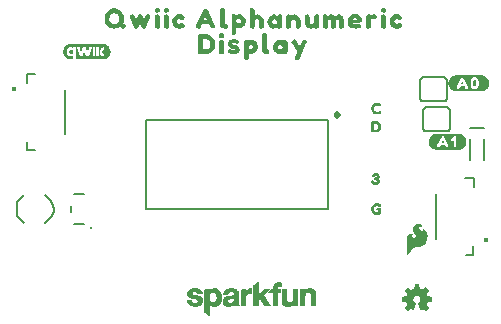
<source format=gto>
G04 EAGLE Gerber RS-274X export*
G75*
%MOMM*%
%FSLAX34Y34*%
%LPD*%
%INSilkscreen Top*%
%IPPOS*%
%AMOC8*
5,1,8,0,0,1.08239X$1,22.5*%
G01*
%ADD10C,0.152400*%
%ADD11C,0.203200*%
%ADD12C,0.406400*%
%ADD13C,0.508000*%
%ADD14C,0.254000*%

G36*
X397274Y201434D02*
X397274Y201434D01*
X397277Y201431D01*
X398677Y201631D01*
X398682Y201636D01*
X398686Y201633D01*
X399285Y201833D01*
X399984Y202033D01*
X399988Y202038D01*
X399992Y202036D01*
X400592Y202336D01*
X400594Y202340D01*
X400597Y202339D01*
X401197Y202739D01*
X401198Y202742D01*
X401201Y202742D01*
X401701Y203142D01*
X401702Y203146D01*
X401705Y203145D01*
X402205Y203645D01*
X402205Y203649D01*
X402208Y203649D01*
X403008Y204649D01*
X403009Y204657D01*
X403014Y204658D01*
X403314Y205258D01*
X403314Y205260D01*
X403315Y205261D01*
X403615Y205961D01*
X403615Y205964D01*
X403617Y205964D01*
X403817Y206564D01*
X403815Y206571D01*
X403819Y206573D01*
X403919Y207272D01*
X404019Y207872D01*
X404016Y207877D01*
X404019Y207880D01*
X404019Y208580D01*
X404016Y208584D01*
X404019Y208587D01*
X403819Y209987D01*
X403814Y209992D01*
X403817Y209996D01*
X403617Y210596D01*
X403612Y210599D01*
X403614Y210602D01*
X403014Y211802D01*
X403010Y211804D01*
X403011Y211807D01*
X402611Y212407D01*
X402608Y212408D01*
X402608Y212411D01*
X402208Y212911D01*
X402204Y212912D01*
X402205Y212915D01*
X401705Y213415D01*
X401701Y213415D01*
X401701Y213418D01*
X401201Y213818D01*
X401197Y213819D01*
X401197Y213821D01*
X400597Y214221D01*
X400593Y214221D01*
X400592Y214224D01*
X399992Y214524D01*
X399987Y214523D01*
X399986Y214527D01*
X399386Y214727D01*
X399384Y214726D01*
X399384Y214727D01*
X398684Y214927D01*
X398680Y214926D01*
X398678Y214929D01*
X398078Y215029D01*
X398077Y215028D01*
X398077Y215029D01*
X397377Y215129D01*
X397372Y215126D01*
X397370Y215129D01*
X376070Y215129D01*
X376065Y215126D01*
X376062Y215129D01*
X375462Y215029D01*
X374763Y214929D01*
X374760Y214925D01*
X374758Y214925D01*
X374757Y214925D01*
X374754Y214927D01*
X374154Y214727D01*
X374153Y214724D01*
X374151Y214725D01*
X373451Y214425D01*
X373449Y214423D01*
X373448Y214424D01*
X372848Y214124D01*
X372847Y214121D01*
X372845Y214122D01*
X372345Y213822D01*
X372343Y213817D01*
X372338Y213818D01*
X371738Y213318D01*
X371738Y213314D01*
X371735Y213315D01*
X371335Y212915D01*
X371335Y212911D01*
X371332Y212912D01*
X370832Y212312D01*
X370832Y212306D01*
X370828Y212305D01*
X370528Y211806D01*
X370129Y211207D01*
X370130Y211200D01*
X370124Y211196D01*
X370125Y211194D01*
X370123Y211194D01*
X369923Y210495D01*
X369723Y209896D01*
X369725Y209889D01*
X369721Y209887D01*
X369521Y208487D01*
X369524Y208482D01*
X369521Y208480D01*
X369521Y207880D01*
X369524Y207876D01*
X369521Y207873D01*
X369721Y206473D01*
X369726Y206468D01*
X369723Y206464D01*
X369923Y205864D01*
X369928Y205861D01*
X369926Y205858D01*
X370526Y204658D01*
X370530Y204656D01*
X370529Y204653D01*
X370929Y204053D01*
X370936Y204050D01*
X370935Y204045D01*
X371935Y203045D01*
X371939Y203045D01*
X371939Y203042D01*
X372439Y202642D01*
X372447Y202641D01*
X372448Y202636D01*
X374248Y201736D01*
X374259Y201738D01*
X374263Y201731D01*
X374963Y201631D01*
X375662Y201531D01*
X376262Y201431D01*
X376267Y201434D01*
X376270Y201431D01*
X397270Y201431D01*
X397274Y201434D01*
G37*
G36*
X51940Y228538D02*
X51940Y228538D01*
X51962Y228541D01*
X51970Y228558D01*
X51979Y228563D01*
X51977Y228573D01*
X51984Y228588D01*
X51996Y229004D01*
X51996Y229005D01*
X51996Y232184D01*
X51990Y232193D01*
X51993Y232204D01*
X51973Y232220D01*
X51960Y232241D01*
X51949Y232239D01*
X51940Y232246D01*
X51897Y232232D01*
X51892Y232231D01*
X51892Y232230D01*
X51891Y232230D01*
X51574Y231932D01*
X51163Y231617D01*
X50698Y231395D01*
X50195Y231275D01*
X49678Y231241D01*
X49160Y231289D01*
X48655Y231407D01*
X48171Y231592D01*
X47722Y231849D01*
X47336Y232194D01*
X47011Y232598D01*
X46746Y233044D01*
X46539Y233520D01*
X46414Y234026D01*
X46341Y234544D01*
X46305Y235065D01*
X46345Y235586D01*
X46428Y236102D01*
X46560Y236606D01*
X46776Y237078D01*
X47058Y237513D01*
X47400Y237901D01*
X47800Y238228D01*
X48253Y238480D01*
X48746Y238639D01*
X49258Y238727D01*
X49777Y238760D01*
X50292Y238704D01*
X50787Y238555D01*
X51245Y238318D01*
X51650Y237989D01*
X51651Y237988D01*
X51652Y237987D01*
X51896Y237802D01*
X51904Y237802D01*
X51908Y237795D01*
X51936Y237799D01*
X51964Y237797D01*
X51967Y237804D01*
X51975Y237805D01*
X51996Y237852D01*
X51996Y238457D01*
X52007Y238683D01*
X54307Y238683D01*
X54303Y238437D01*
X54311Y238425D01*
X54331Y228779D01*
X54331Y228778D01*
X54331Y228776D01*
X54340Y228586D01*
X54352Y228569D01*
X54355Y228548D01*
X54373Y228540D01*
X54380Y228531D01*
X54389Y228533D01*
X54403Y228527D01*
X76981Y228529D01*
X76983Y228530D01*
X76987Y228529D01*
X78041Y228635D01*
X78044Y228637D01*
X78048Y228636D01*
X78563Y228748D01*
X78566Y228750D01*
X78570Y228749D01*
X79575Y229078D01*
X79579Y229082D01*
X79586Y229083D01*
X80517Y229588D01*
X80519Y229592D01*
X80526Y229594D01*
X81355Y230250D01*
X81356Y230253D01*
X81360Y230255D01*
X81737Y230623D01*
X81738Y230626D01*
X81742Y230628D01*
X82409Y231451D01*
X82409Y231456D01*
X82415Y231460D01*
X82921Y232391D01*
X82920Y232396D01*
X82924Y232400D01*
X83108Y232894D01*
X83107Y232896D01*
X83109Y232898D01*
X83266Y233403D01*
X83265Y233405D01*
X83267Y233407D01*
X83391Y233920D01*
X83389Y233924D01*
X83392Y233928D01*
X83499Y234982D01*
X83496Y234987D01*
X83499Y234994D01*
X83409Y236048D01*
X83408Y236050D01*
X83409Y236054D01*
X83318Y236573D01*
X83316Y236576D01*
X83316Y236581D01*
X83002Y237593D01*
X82998Y237596D01*
X82998Y237604D01*
X82497Y238537D01*
X82494Y238538D01*
X82493Y238543D01*
X82190Y238975D01*
X82188Y238976D01*
X82187Y238979D01*
X81850Y239388D01*
X81849Y239388D01*
X81848Y239390D01*
X81818Y239424D01*
X81761Y239486D01*
X81761Y239487D01*
X81704Y239549D01*
X81647Y239612D01*
X81534Y239737D01*
X81534Y239738D01*
X81494Y239781D01*
X81490Y239782D01*
X81487Y239788D01*
X80670Y240462D01*
X80665Y240462D01*
X80661Y240468D01*
X79736Y240983D01*
X79733Y240983D01*
X79729Y240986D01*
X79243Y241188D01*
X79240Y241188D01*
X79236Y241191D01*
X78222Y241492D01*
X78217Y241491D01*
X78211Y241494D01*
X77156Y241601D01*
X76967Y241620D01*
X76964Y241618D01*
X76961Y241620D01*
X49945Y241620D01*
X49943Y241618D01*
X49939Y241620D01*
X48885Y241515D01*
X48882Y241513D01*
X48879Y241514D01*
X48362Y241410D01*
X48360Y241408D01*
X48355Y241409D01*
X47347Y241086D01*
X47343Y241082D01*
X47336Y241082D01*
X46405Y240576D01*
X46403Y240573D01*
X46397Y240572D01*
X45973Y240258D01*
X45972Y240257D01*
X45970Y240256D01*
X45561Y239919D01*
X45561Y239917D01*
X45558Y239916D01*
X45176Y239553D01*
X45175Y239549D01*
X45171Y239547D01*
X44498Y238729D01*
X44498Y238724D01*
X44492Y238719D01*
X43986Y237788D01*
X43986Y237784D01*
X43983Y237780D01*
X43793Y237289D01*
X43793Y237287D01*
X43791Y237284D01*
X43634Y236779D01*
X43635Y236777D01*
X43633Y236776D01*
X43502Y236264D01*
X43504Y236260D01*
X43501Y236255D01*
X43394Y235201D01*
X43396Y235197D01*
X43394Y235191D01*
X43423Y234664D01*
X43424Y234663D01*
X43423Y234661D01*
X43476Y234134D01*
X43477Y234133D01*
X43477Y234131D01*
X43560Y233610D01*
X43563Y233607D01*
X43562Y233601D01*
X43876Y232589D01*
X43880Y232586D01*
X43881Y232579D01*
X44375Y231643D01*
X44378Y231641D01*
X44378Y231637D01*
X44675Y231201D01*
X44678Y231200D01*
X44679Y231195D01*
X44796Y231058D01*
X44850Y230995D01*
X44903Y230933D01*
X45064Y230744D01*
X45117Y230682D01*
X45171Y230619D01*
X45224Y230556D01*
X45366Y230390D01*
X45370Y230389D01*
X45373Y230383D01*
X46191Y229708D01*
X46195Y229708D01*
X46200Y229702D01*
X47121Y229182D01*
X47124Y229182D01*
X47127Y229179D01*
X47611Y228970D01*
X47614Y228970D01*
X47617Y228967D01*
X48630Y228658D01*
X48635Y228660D01*
X48642Y228656D01*
X49696Y228550D01*
X49698Y228551D01*
X49700Y228550D01*
X50228Y228527D01*
X50229Y228527D01*
X50231Y228527D01*
X51922Y228527D01*
X51940Y228538D01*
G37*
G36*
X378265Y151904D02*
X378265Y151904D01*
X378268Y151901D01*
X378868Y152001D01*
X379567Y152101D01*
X379572Y152106D01*
X379576Y152103D01*
X380176Y152303D01*
X380177Y152306D01*
X380179Y152305D01*
X380879Y152605D01*
X380881Y152607D01*
X380882Y152606D01*
X381482Y152906D01*
X381483Y152909D01*
X381485Y152908D01*
X381985Y153208D01*
X381987Y153213D01*
X381992Y153212D01*
X382592Y153712D01*
X382592Y153716D01*
X382595Y153715D01*
X382995Y154115D01*
X382995Y154119D01*
X382998Y154118D01*
X383498Y154718D01*
X383498Y154724D01*
X383502Y154725D01*
X383802Y155224D01*
X384201Y155823D01*
X384201Y155827D01*
X384201Y155828D01*
X384200Y155832D01*
X384207Y155834D01*
X384407Y156434D01*
X384406Y156436D01*
X384407Y156436D01*
X384607Y157136D01*
X384606Y157141D01*
X384609Y157143D01*
X384709Y157842D01*
X384809Y158442D01*
X384806Y158447D01*
X384809Y158450D01*
X384809Y159150D01*
X384806Y159154D01*
X384809Y159157D01*
X384709Y159857D01*
X384708Y159858D01*
X384709Y159858D01*
X384609Y160458D01*
X384605Y160461D01*
X384607Y160464D01*
X384407Y161164D01*
X384402Y161168D01*
X384404Y161172D01*
X383804Y162372D01*
X383797Y162375D01*
X383798Y162381D01*
X383398Y162881D01*
X383398Y162882D01*
X382898Y163482D01*
X382894Y163482D01*
X382895Y163485D01*
X382495Y163885D01*
X382488Y163886D01*
X382487Y163891D01*
X381889Y164290D01*
X381391Y164688D01*
X381381Y164689D01*
X381379Y164695D01*
X380679Y164995D01*
X380676Y164995D01*
X380676Y164997D01*
X379476Y165397D01*
X379471Y165395D01*
X379469Y165395D01*
X379467Y165399D01*
X378067Y165599D01*
X378062Y165596D01*
X378060Y165599D01*
X359360Y165599D01*
X359355Y165596D01*
X359352Y165599D01*
X358752Y165499D01*
X358749Y165495D01*
X358746Y165497D01*
X357346Y165097D01*
X357345Y165096D01*
X357344Y165097D01*
X356744Y164897D01*
X356739Y164889D01*
X356733Y164891D01*
X356133Y164491D01*
X356132Y164488D01*
X356129Y164488D01*
X355129Y163688D01*
X355128Y163684D01*
X355125Y163685D01*
X354625Y163185D01*
X354625Y163181D01*
X354622Y163181D01*
X354222Y162681D01*
X354221Y162677D01*
X354219Y162677D01*
X353819Y162077D01*
X353820Y162068D01*
X353813Y162066D01*
X353614Y161468D01*
X353315Y160769D01*
X353316Y160766D01*
X353313Y160766D01*
X353113Y160166D01*
X353115Y160159D01*
X353111Y160157D01*
X353011Y159457D01*
X353014Y159452D01*
X353011Y159450D01*
X353011Y158150D01*
X353014Y158146D01*
X353011Y158143D01*
X353111Y157443D01*
X353115Y157439D01*
X353113Y157436D01*
X353313Y156736D01*
X353314Y156735D01*
X353313Y156734D01*
X353513Y156134D01*
X353518Y156131D01*
X353516Y156128D01*
X353816Y155528D01*
X353820Y155526D01*
X353819Y155523D01*
X354219Y154923D01*
X354222Y154922D01*
X354222Y154919D01*
X355022Y153919D01*
X355026Y153918D01*
X355025Y153915D01*
X355525Y153415D01*
X355532Y153414D01*
X355533Y153409D01*
X356133Y153009D01*
X356135Y153009D01*
X356135Y153008D01*
X356635Y152708D01*
X356640Y152708D01*
X356641Y152705D01*
X357341Y152405D01*
X357344Y152406D01*
X357344Y152403D01*
X357944Y152203D01*
X357946Y152204D01*
X357946Y152203D01*
X358646Y152003D01*
X358650Y152004D01*
X358652Y152001D01*
X359252Y151901D01*
X359257Y151904D01*
X359260Y151901D01*
X378260Y151901D01*
X378265Y151904D01*
G37*
G36*
X350514Y15107D02*
X350514Y15107D01*
X350584Y15113D01*
X350599Y15122D01*
X350616Y15125D01*
X350722Y15197D01*
X350732Y15203D01*
X350733Y15205D01*
X350734Y15206D01*
X353034Y17506D01*
X353042Y17519D01*
X353043Y17520D01*
X353045Y17522D01*
X353047Y17526D01*
X353066Y17542D01*
X353092Y17599D01*
X353125Y17653D01*
X353128Y17677D01*
X353138Y17700D01*
X353136Y17762D01*
X353142Y17825D01*
X353133Y17848D01*
X353132Y17873D01*
X353092Y17955D01*
X353080Y17986D01*
X353074Y17992D01*
X353069Y18001D01*
X351124Y20595D01*
X351134Y20606D01*
X351153Y20636D01*
X351205Y20704D01*
X351305Y20904D01*
X351309Y20920D01*
X351318Y20933D01*
X351344Y21067D01*
X351345Y21072D01*
X351345Y21073D01*
X351345Y21074D01*
X351345Y21084D01*
X351378Y21149D01*
X351434Y21206D01*
X351453Y21236D01*
X351505Y21304D01*
X351605Y21504D01*
X351609Y21520D01*
X351618Y21533D01*
X351644Y21667D01*
X351645Y21672D01*
X351645Y21673D01*
X351645Y21674D01*
X351645Y21684D01*
X351805Y22004D01*
X351809Y22020D01*
X351818Y22033D01*
X351844Y22167D01*
X351845Y22172D01*
X351845Y22173D01*
X351845Y22174D01*
X351845Y22184D01*
X351905Y22304D01*
X351909Y22320D01*
X351918Y22333D01*
X351944Y22467D01*
X351945Y22472D01*
X351945Y22473D01*
X351945Y22474D01*
X351945Y22484D01*
X352005Y22604D01*
X352009Y22620D01*
X352018Y22633D01*
X352038Y22736D01*
X355330Y23300D01*
X355348Y23307D01*
X355367Y23308D01*
X355427Y23341D01*
X355489Y23367D01*
X355502Y23382D01*
X355519Y23391D01*
X355558Y23447D01*
X355602Y23498D01*
X355607Y23517D01*
X355618Y23533D01*
X355640Y23644D01*
X355645Y23666D01*
X355644Y23670D01*
X355645Y23674D01*
X355645Y26874D01*
X355641Y26893D01*
X355643Y26914D01*
X355632Y26946D01*
X355631Y26952D01*
X355626Y26962D01*
X355621Y26977D01*
X355606Y27042D01*
X355593Y27058D01*
X355586Y27077D01*
X355538Y27124D01*
X355496Y27176D01*
X355477Y27184D01*
X355463Y27198D01*
X355361Y27236D01*
X355338Y27246D01*
X355333Y27246D01*
X355328Y27248D01*
X352045Y27795D01*
X352045Y27874D01*
X352028Y27948D01*
X352014Y28023D01*
X352008Y28033D01*
X352006Y28042D01*
X351983Y28070D01*
X351945Y28125D01*
X351945Y28174D01*
X351928Y28248D01*
X351914Y28323D01*
X351908Y28333D01*
X351906Y28342D01*
X351883Y28370D01*
X351834Y28442D01*
X351778Y28498D01*
X351745Y28563D01*
X351745Y28674D01*
X351728Y28748D01*
X351714Y28823D01*
X351708Y28833D01*
X351706Y28842D01*
X351683Y28870D01*
X351645Y28925D01*
X351645Y28974D01*
X351628Y29048D01*
X351614Y29123D01*
X351608Y29133D01*
X351606Y29142D01*
X351583Y29170D01*
X351534Y29242D01*
X351478Y29298D01*
X351405Y29443D01*
X351382Y29471D01*
X351345Y29525D01*
X351345Y29574D01*
X351328Y29648D01*
X351314Y29723D01*
X351308Y29733D01*
X351306Y29742D01*
X351283Y29770D01*
X351234Y29842D01*
X351178Y29898D01*
X351138Y29978D01*
X353073Y32651D01*
X353083Y32675D01*
X353100Y32694D01*
X353116Y32754D01*
X353140Y32811D01*
X353138Y32836D01*
X353145Y32861D01*
X353133Y32922D01*
X353129Y32984D01*
X353116Y33006D01*
X353111Y33031D01*
X353060Y33103D01*
X353042Y33133D01*
X353035Y33138D01*
X353028Y33148D01*
X350728Y35348D01*
X350717Y35354D01*
X350709Y35365D01*
X350643Y35398D01*
X350579Y35436D01*
X350566Y35437D01*
X350555Y35442D01*
X350481Y35443D01*
X350407Y35448D01*
X350395Y35443D01*
X350382Y35443D01*
X350251Y35386D01*
X347577Y33542D01*
X347436Y33613D01*
X347420Y33617D01*
X347407Y33626D01*
X347273Y33652D01*
X347267Y33653D01*
X347266Y33653D01*
X347256Y33653D01*
X347191Y33685D01*
X347134Y33742D01*
X347104Y33761D01*
X347036Y33813D01*
X346836Y33913D01*
X346820Y33917D01*
X346807Y33926D01*
X346673Y33952D01*
X346667Y33953D01*
X346666Y33953D01*
X346656Y33953D01*
X346591Y33985D01*
X346534Y34042D01*
X346469Y34082D01*
X346407Y34126D01*
X346395Y34128D01*
X346387Y34133D01*
X346352Y34136D01*
X346266Y34153D01*
X346156Y34153D01*
X346036Y34213D01*
X346020Y34217D01*
X346007Y34226D01*
X345873Y34252D01*
X345867Y34253D01*
X345866Y34253D01*
X345856Y34253D01*
X345736Y34313D01*
X345720Y34317D01*
X345707Y34326D01*
X345573Y34352D01*
X345567Y34353D01*
X345566Y34353D01*
X345556Y34353D01*
X345436Y34413D01*
X345420Y34417D01*
X345407Y34426D01*
X345390Y34429D01*
X344840Y37638D01*
X344832Y37656D01*
X344831Y37675D01*
X344799Y37734D01*
X344772Y37797D01*
X344758Y37810D01*
X344748Y37827D01*
X344693Y37866D01*
X344641Y37910D01*
X344622Y37915D01*
X344607Y37926D01*
X344496Y37947D01*
X344474Y37953D01*
X344470Y37952D01*
X344466Y37953D01*
X341266Y37953D01*
X341247Y37949D01*
X341228Y37951D01*
X341164Y37929D01*
X341098Y37913D01*
X341083Y37901D01*
X341064Y37895D01*
X341017Y37847D01*
X340964Y37803D01*
X340956Y37786D01*
X340943Y37772D01*
X340903Y37666D01*
X340894Y37645D01*
X340894Y37642D01*
X340892Y37638D01*
X340334Y34382D01*
X340276Y34353D01*
X340166Y34353D01*
X340092Y34336D01*
X340016Y34322D01*
X340007Y34316D01*
X339998Y34313D01*
X339970Y34291D01*
X339914Y34253D01*
X339866Y34253D01*
X339850Y34249D01*
X339834Y34252D01*
X339703Y34215D01*
X339698Y34213D01*
X339697Y34213D01*
X339696Y34213D01*
X339576Y34153D01*
X339566Y34153D01*
X339550Y34149D01*
X339534Y34152D01*
X339403Y34115D01*
X339398Y34113D01*
X339397Y34113D01*
X339396Y34113D01*
X339196Y34013D01*
X339169Y33990D01*
X339114Y33953D01*
X339066Y33953D01*
X338992Y33936D01*
X338916Y33922D01*
X338907Y33916D01*
X338898Y33913D01*
X338870Y33891D01*
X338798Y33842D01*
X338741Y33785D01*
X338596Y33713D01*
X338569Y33690D01*
X338514Y33653D01*
X338466Y33653D01*
X338392Y33636D01*
X338316Y33622D01*
X338307Y33616D01*
X338298Y33613D01*
X338270Y33591D01*
X338198Y33542D01*
X338180Y33524D01*
X335481Y35386D01*
X335465Y35392D01*
X335453Y35404D01*
X335386Y35423D01*
X335320Y35449D01*
X335303Y35448D01*
X335287Y35452D01*
X335218Y35440D01*
X335148Y35434D01*
X335133Y35425D01*
X335116Y35422D01*
X335010Y35350D01*
X335000Y35344D01*
X334999Y35343D01*
X334998Y35342D01*
X332798Y33142D01*
X332789Y33127D01*
X332775Y33117D01*
X332744Y33054D01*
X332707Y32995D01*
X332705Y32978D01*
X332697Y32963D01*
X332697Y32892D01*
X332690Y32823D01*
X332696Y32807D01*
X332696Y32789D01*
X332748Y32672D01*
X332752Y32661D01*
X332753Y32660D01*
X332754Y32658D01*
X334605Y29975D01*
X334603Y29960D01*
X334587Y29874D01*
X334587Y29824D01*
X334579Y29811D01*
X334527Y29743D01*
X334454Y29598D01*
X334398Y29542D01*
X334358Y29477D01*
X334314Y29414D01*
X334312Y29403D01*
X334307Y29395D01*
X334303Y29360D01*
X334287Y29274D01*
X334287Y29224D01*
X334279Y29211D01*
X334227Y29143D01*
X334127Y28943D01*
X334123Y28928D01*
X334114Y28914D01*
X334097Y28826D01*
X334094Y28819D01*
X334094Y28811D01*
X334088Y28780D01*
X334087Y28775D01*
X334087Y28774D01*
X334087Y28763D01*
X333927Y28443D01*
X333923Y28428D01*
X333914Y28414D01*
X333888Y28280D01*
X333887Y28275D01*
X333887Y28274D01*
X333887Y28263D01*
X333827Y28143D01*
X333823Y28128D01*
X333814Y28114D01*
X333805Y28069D01*
X333801Y28061D01*
X333802Y28051D01*
X333788Y27980D01*
X333787Y27975D01*
X333787Y27974D01*
X333787Y27963D01*
X333727Y27843D01*
X333723Y27828D01*
X333714Y27814D01*
X333711Y27798D01*
X330502Y27248D01*
X330484Y27240D01*
X330465Y27239D01*
X330405Y27207D01*
X330343Y27180D01*
X330330Y27165D01*
X330313Y27156D01*
X330274Y27101D01*
X330230Y27049D01*
X330225Y27030D01*
X330214Y27014D01*
X330198Y26933D01*
X330194Y26923D01*
X330194Y26911D01*
X330192Y26903D01*
X330187Y26881D01*
X330188Y26878D01*
X330187Y26874D01*
X330187Y23674D01*
X330191Y23655D01*
X330189Y23636D01*
X330211Y23571D01*
X330226Y23505D01*
X330239Y23490D01*
X330245Y23472D01*
X330293Y23424D01*
X330336Y23372D01*
X330354Y23364D01*
X330368Y23350D01*
X330474Y23310D01*
X330494Y23301D01*
X330498Y23301D01*
X330502Y23300D01*
X333758Y22742D01*
X333787Y22684D01*
X333787Y22574D01*
X333804Y22499D01*
X333818Y22424D01*
X333824Y22414D01*
X333826Y22405D01*
X333849Y22378D01*
X333887Y22322D01*
X333887Y22274D01*
X333900Y22218D01*
X333901Y22199D01*
X333906Y22189D01*
X333918Y22124D01*
X333924Y22114D01*
X333926Y22105D01*
X333949Y22078D01*
X333998Y22006D01*
X334054Y21949D01*
X334087Y21884D01*
X334087Y21774D01*
X334104Y21699D01*
X334118Y21624D01*
X334124Y21614D01*
X334126Y21605D01*
X334149Y21578D01*
X334187Y21522D01*
X334187Y21474D01*
X334204Y21399D01*
X334218Y21324D01*
X334224Y21314D01*
X334226Y21305D01*
X334249Y21278D01*
X334298Y21206D01*
X334354Y21149D01*
X334427Y21004D01*
X334450Y20976D01*
X334493Y20913D01*
X334495Y20909D01*
X334496Y20909D01*
X334498Y20906D01*
X334554Y20849D01*
X334587Y20784D01*
X334587Y20774D01*
X334590Y20758D01*
X334588Y20742D01*
X334600Y20700D01*
X334601Y20682D01*
X334610Y20665D01*
X334625Y20611D01*
X334625Y20609D01*
X332757Y17994D01*
X332751Y17979D01*
X332740Y17968D01*
X332719Y17900D01*
X332692Y17834D01*
X332693Y17818D01*
X332688Y17803D01*
X332699Y17733D01*
X332704Y17661D01*
X332712Y17648D01*
X332714Y17632D01*
X332789Y17516D01*
X332791Y17512D01*
X332792Y17512D01*
X334992Y15212D01*
X335010Y15200D01*
X335023Y15183D01*
X335082Y15153D01*
X335137Y15117D01*
X335158Y15115D01*
X335177Y15105D01*
X335243Y15105D01*
X335309Y15097D01*
X335329Y15104D01*
X335350Y15104D01*
X335445Y15146D01*
X335472Y15155D01*
X335475Y15159D01*
X335481Y15161D01*
X338202Y17038D01*
X338225Y17021D01*
X338237Y17019D01*
X338245Y17014D01*
X338280Y17011D01*
X338295Y17008D01*
X338298Y17006D01*
X338363Y16965D01*
X338425Y16921D01*
X338437Y16919D01*
X338445Y16914D01*
X338480Y16911D01*
X338495Y16908D01*
X338498Y16906D01*
X338563Y16865D01*
X338625Y16821D01*
X338637Y16819D01*
X338645Y16814D01*
X338680Y16811D01*
X338695Y16808D01*
X338698Y16806D01*
X338763Y16765D01*
X338825Y16721D01*
X338837Y16719D01*
X338845Y16714D01*
X338880Y16711D01*
X338895Y16708D01*
X338898Y16706D01*
X338963Y16665D01*
X339025Y16621D01*
X339037Y16619D01*
X339045Y16614D01*
X339080Y16611D01*
X339095Y16608D01*
X339098Y16606D01*
X339163Y16565D01*
X339225Y16521D01*
X339237Y16519D01*
X339245Y16514D01*
X339280Y16511D01*
X339366Y16494D01*
X339416Y16494D01*
X339437Y16481D01*
X339470Y16449D01*
X339509Y16436D01*
X339545Y16414D01*
X339590Y16410D01*
X339634Y16396D01*
X339676Y16402D01*
X339717Y16398D01*
X339760Y16414D01*
X339805Y16421D01*
X339840Y16445D01*
X339879Y16460D01*
X339910Y16493D01*
X339947Y16520D01*
X339973Y16562D01*
X339996Y16587D01*
X340003Y16612D01*
X340022Y16642D01*
X342022Y22042D01*
X342029Y22099D01*
X342045Y22154D01*
X342039Y22184D01*
X342043Y22214D01*
X342024Y22268D01*
X342014Y22325D01*
X341996Y22349D01*
X341986Y22377D01*
X341945Y22417D01*
X341911Y22463D01*
X341881Y22480D01*
X341862Y22498D01*
X341830Y22508D01*
X341786Y22533D01*
X341512Y22625D01*
X341191Y22785D01*
X341034Y22942D01*
X341004Y22961D01*
X340936Y23013D01*
X340791Y23085D01*
X340678Y23198D01*
X340605Y23343D01*
X340582Y23371D01*
X340534Y23442D01*
X340378Y23598D01*
X340217Y23919D01*
X340126Y24194D01*
X340114Y24213D01*
X340105Y24243D01*
X339945Y24563D01*
X339945Y24774D01*
X339937Y24809D01*
X339926Y24894D01*
X339845Y25135D01*
X339845Y25612D01*
X340210Y26706D01*
X340561Y27232D01*
X340708Y27379D01*
X340976Y27558D01*
X340998Y27581D01*
X341034Y27606D01*
X341208Y27779D01*
X341434Y27930D01*
X341686Y28014D01*
X341704Y28025D01*
X341718Y28028D01*
X341731Y28039D01*
X341776Y28058D01*
X341981Y28194D01*
X342166Y28194D01*
X342201Y28203D01*
X342258Y28206D01*
X342613Y28294D01*
X343204Y28294D01*
X343446Y28214D01*
X343482Y28211D01*
X343566Y28194D01*
X343751Y28194D01*
X343956Y28058D01*
X343991Y28045D01*
X344040Y28017D01*
X344042Y28016D01*
X344043Y28016D01*
X344046Y28014D01*
X344298Y27930D01*
X344825Y27579D01*
X345171Y27232D01*
X345522Y26706D01*
X345606Y26454D01*
X345626Y26422D01*
X345650Y26363D01*
X345787Y26159D01*
X345787Y25974D01*
X345795Y25939D01*
X345806Y25854D01*
X345887Y25612D01*
X345887Y24835D01*
X345806Y24594D01*
X345803Y24558D01*
X345787Y24474D01*
X345787Y24363D01*
X345727Y24243D01*
X345721Y24221D01*
X345706Y24194D01*
X345615Y23919D01*
X345554Y23798D01*
X345398Y23642D01*
X345379Y23611D01*
X345327Y23543D01*
X345254Y23398D01*
X344941Y23085D01*
X344796Y23013D01*
X344769Y22990D01*
X344698Y22942D01*
X344541Y22785D01*
X343996Y22513D01*
X343973Y22493D01*
X343944Y22481D01*
X343907Y22438D01*
X343863Y22402D01*
X343851Y22374D01*
X343831Y22351D01*
X343816Y22296D01*
X343793Y22244D01*
X343795Y22213D01*
X343787Y22183D01*
X343799Y22109D01*
X343801Y22071D01*
X343808Y22059D01*
X343810Y22042D01*
X345810Y16642D01*
X345822Y16625D01*
X345826Y16605D01*
X345869Y16554D01*
X345906Y16498D01*
X345924Y16487D01*
X345936Y16472D01*
X345998Y16445D01*
X346056Y16411D01*
X346076Y16410D01*
X346094Y16401D01*
X346161Y16404D01*
X346228Y16400D01*
X346247Y16407D01*
X346267Y16408D01*
X346326Y16440D01*
X346388Y16466D01*
X346401Y16482D01*
X346419Y16491D01*
X346432Y16510D01*
X346440Y16512D01*
X346516Y16525D01*
X346525Y16532D01*
X346534Y16534D01*
X346562Y16557D01*
X346634Y16606D01*
X346641Y16612D01*
X346716Y16625D01*
X346725Y16632D01*
X346734Y16634D01*
X346762Y16657D01*
X346834Y16706D01*
X346841Y16712D01*
X346916Y16725D01*
X346925Y16732D01*
X346934Y16734D01*
X346962Y16757D01*
X347018Y16794D01*
X347066Y16794D01*
X347140Y16812D01*
X347216Y16825D01*
X347225Y16832D01*
X347234Y16834D01*
X347262Y16857D01*
X347334Y16906D01*
X347341Y16912D01*
X347416Y16925D01*
X347425Y16932D01*
X347434Y16934D01*
X347462Y16957D01*
X347534Y17006D01*
X347552Y17023D01*
X350251Y15161D01*
X350267Y15155D01*
X350279Y15144D01*
X350347Y15124D01*
X350412Y15098D01*
X350429Y15100D01*
X350445Y15095D01*
X350514Y15107D01*
G37*
G36*
X334709Y62921D02*
X334709Y62921D01*
X334771Y62923D01*
X334793Y62936D01*
X334819Y62940D01*
X334890Y62988D01*
X334923Y63006D01*
X334929Y63014D01*
X334939Y63021D01*
X335439Y63521D01*
X335458Y63552D01*
X335496Y63594D01*
X335772Y64054D01*
X336239Y64521D01*
X336247Y64534D01*
X336262Y64547D01*
X336751Y65133D01*
X337939Y66321D01*
X337946Y66332D01*
X337959Y66343D01*
X339149Y67732D01*
X340106Y68688D01*
X341004Y69227D01*
X341501Y69310D01*
X343370Y69310D01*
X343396Y69316D01*
X343433Y69315D01*
X344633Y69515D01*
X344648Y69522D01*
X344670Y69523D01*
X345770Y69823D01*
X345787Y69832D01*
X345811Y69837D01*
X346811Y70237D01*
X346833Y70252D01*
X346866Y70264D01*
X347866Y70864D01*
X347886Y70884D01*
X347920Y70904D01*
X348720Y71604D01*
X348727Y71613D01*
X348739Y71621D01*
X349539Y72421D01*
X349550Y72439D01*
X349570Y72457D01*
X350270Y73357D01*
X350281Y73380D01*
X350302Y73405D01*
X351302Y75205D01*
X351313Y75241D01*
X351338Y75293D01*
X351838Y77193D01*
X351839Y77225D01*
X351850Y77268D01*
X351950Y78968D01*
X351943Y79004D01*
X351944Y79060D01*
X351644Y80660D01*
X351635Y80681D01*
X351631Y80710D01*
X351131Y82210D01*
X351112Y82241D01*
X351091Y82294D01*
X350391Y83394D01*
X350372Y83413D01*
X350354Y83443D01*
X350129Y83696D01*
X349791Y84076D01*
X349554Y84343D01*
X349522Y84365D01*
X349472Y84412D01*
X348672Y84912D01*
X348642Y84923D01*
X348622Y84937D01*
X348587Y84943D01*
X348542Y84963D01*
X348525Y84963D01*
X348508Y84968D01*
X348476Y84964D01*
X348470Y84964D01*
X348462Y84962D01*
X348439Y84959D01*
X348369Y84957D01*
X348354Y84948D01*
X348336Y84946D01*
X348306Y84926D01*
X348301Y84925D01*
X348287Y84913D01*
X348278Y84907D01*
X348217Y84874D01*
X348207Y84859D01*
X348192Y84849D01*
X348176Y84821D01*
X348168Y84815D01*
X348154Y84784D01*
X348117Y84732D01*
X348114Y84713D01*
X348106Y84699D01*
X348104Y84673D01*
X348097Y84656D01*
X348098Y84631D01*
X348090Y84590D01*
X348090Y83752D01*
X348018Y83536D01*
X347958Y83415D01*
X347765Y83222D01*
X347608Y83170D01*
X347417Y83170D01*
X346703Y83349D01*
X346361Y83520D01*
X346090Y83701D01*
X345720Y83978D01*
X345166Y84532D01*
X344823Y85046D01*
X344750Y85337D01*
X344750Y85828D01*
X344822Y86044D01*
X344900Y86199D01*
X345050Y86425D01*
X345371Y86665D01*
X345694Y86827D01*
X346145Y86917D01*
X346152Y86921D01*
X346162Y86921D01*
X346517Y87010D01*
X346980Y87010D01*
X347100Y86950D01*
X347115Y86946D01*
X347128Y86937D01*
X347262Y86911D01*
X347269Y86910D01*
X347270Y86910D01*
X347370Y86910D01*
X347395Y86916D01*
X347421Y86913D01*
X347479Y86935D01*
X347539Y86949D01*
X347559Y86966D01*
X347583Y86975D01*
X347625Y87020D01*
X347672Y87059D01*
X347683Y87083D01*
X347700Y87102D01*
X347718Y87161D01*
X347743Y87218D01*
X347742Y87243D01*
X347750Y87268D01*
X347739Y87329D01*
X347737Y87391D01*
X347724Y87413D01*
X347720Y87439D01*
X347672Y87510D01*
X347654Y87543D01*
X347646Y87549D01*
X347639Y87559D01*
X347539Y87659D01*
X347519Y87671D01*
X347498Y87694D01*
X347098Y87994D01*
X347072Y88006D01*
X347040Y88030D01*
X345640Y88730D01*
X345628Y88733D01*
X345619Y88739D01*
X345590Y88745D01*
X345553Y88761D01*
X344653Y88961D01*
X344619Y88961D01*
X344570Y88970D01*
X343570Y88970D01*
X343542Y88964D01*
X343502Y88964D01*
X342402Y88764D01*
X342367Y88749D01*
X342310Y88731D01*
X342295Y88727D01*
X342292Y88725D01*
X342288Y88724D01*
X341188Y88124D01*
X341168Y88106D01*
X341137Y88090D01*
X340237Y87390D01*
X340217Y87366D01*
X340148Y87292D01*
X339648Y86492D01*
X339636Y86458D01*
X339609Y86410D01*
X339309Y85510D01*
X339306Y85473D01*
X339290Y85390D01*
X339290Y84590D01*
X339297Y84557D01*
X339299Y84508D01*
X339499Y83608D01*
X339516Y83572D01*
X339538Y83505D01*
X340038Y82605D01*
X340060Y82581D01*
X340084Y82540D01*
X340784Y81740D01*
X340785Y81739D01*
X340786Y81737D01*
X341586Y80837D01*
X341594Y80832D01*
X341601Y80821D01*
X342243Y80179D01*
X342490Y79521D01*
X342490Y78952D01*
X342331Y78475D01*
X342010Y78074D01*
X341514Y77743D01*
X340823Y77570D01*
X340108Y77570D01*
X339679Y77656D01*
X339284Y77814D01*
X338766Y78332D01*
X338615Y78559D01*
X338550Y78752D01*
X338550Y79028D01*
X338602Y79185D01*
X339075Y79658D01*
X339290Y79729D01*
X339310Y79742D01*
X339340Y79750D01*
X339740Y79950D01*
X339769Y79974D01*
X339839Y80021D01*
X339939Y80121D01*
X339952Y80142D01*
X339971Y80158D01*
X339997Y80215D01*
X340030Y80268D01*
X340033Y80293D01*
X340043Y80316D01*
X340041Y80379D01*
X340047Y80441D01*
X340038Y80464D01*
X340037Y80489D01*
X340007Y80544D01*
X339985Y80603D01*
X339967Y80620D01*
X339955Y80642D01*
X339885Y80696D01*
X339858Y80720D01*
X339849Y80723D01*
X339840Y80730D01*
X339440Y80930D01*
X339425Y80934D01*
X339412Y80943D01*
X339278Y80969D01*
X339272Y80970D01*
X339271Y80970D01*
X339270Y80970D01*
X338070Y80970D01*
X338044Y80964D01*
X338008Y80965D01*
X337408Y80865D01*
X337402Y80863D01*
X337395Y80863D01*
X336895Y80763D01*
X336869Y80751D01*
X336829Y80743D01*
X336329Y80543D01*
X336298Y80521D01*
X336242Y80494D01*
X335842Y80194D01*
X335838Y80190D01*
X335832Y80187D01*
X335332Y79787D01*
X335315Y79764D01*
X335244Y79686D01*
X334644Y78686D01*
X334632Y78650D01*
X334604Y78594D01*
X334404Y77894D01*
X334403Y77869D01*
X334393Y77837D01*
X334293Y77037D01*
X334295Y77016D01*
X334290Y76990D01*
X334290Y63290D01*
X334296Y63265D01*
X334293Y63239D01*
X334315Y63182D01*
X334329Y63121D01*
X334346Y63101D01*
X334355Y63077D01*
X334400Y63035D01*
X334439Y62988D01*
X334463Y62977D01*
X334482Y62960D01*
X334541Y62942D01*
X334598Y62917D01*
X334623Y62918D01*
X334648Y62910D01*
X334709Y62921D01*
G37*
G36*
X167120Y10980D02*
X167120Y10980D01*
X167202Y10981D01*
X167206Y10983D01*
X167211Y10983D01*
X167283Y11022D01*
X167356Y11060D01*
X167359Y11064D01*
X167363Y11066D01*
X167410Y11133D01*
X167459Y11200D01*
X167460Y11204D01*
X167463Y11208D01*
X167490Y11350D01*
X167490Y20532D01*
X167641Y20381D01*
X167657Y20371D01*
X167672Y20353D01*
X168172Y19953D01*
X168193Y19943D01*
X168214Y19924D01*
X168714Y19624D01*
X168747Y19614D01*
X168790Y19589D01*
X169990Y19189D01*
X170015Y19187D01*
X170048Y19175D01*
X170648Y19075D01*
X170674Y19077D01*
X170710Y19070D01*
X171310Y19070D01*
X171321Y19072D01*
X171335Y19071D01*
X172835Y19171D01*
X172873Y19182D01*
X172947Y19195D01*
X174247Y19695D01*
X174277Y19716D01*
X174328Y19739D01*
X175328Y20439D01*
X175347Y20460D01*
X175379Y20481D01*
X176279Y21381D01*
X176297Y21410D01*
X176331Y21446D01*
X177031Y22546D01*
X177040Y22572D01*
X177061Y22604D01*
X177561Y23804D01*
X177567Y23840D01*
X177586Y23896D01*
X177786Y25296D01*
X177785Y25308D01*
X177789Y25323D01*
X177889Y26723D01*
X177887Y26735D01*
X177890Y26750D01*
X177890Y28150D01*
X177883Y28182D01*
X177882Y28230D01*
X177582Y29630D01*
X177571Y29653D01*
X177565Y29687D01*
X177065Y30987D01*
X177050Y31008D01*
X177038Y31042D01*
X176338Y32242D01*
X176313Y32269D01*
X176279Y32319D01*
X175379Y33219D01*
X175350Y33237D01*
X175314Y33271D01*
X174214Y33971D01*
X174184Y33981D01*
X174147Y34005D01*
X172847Y34505D01*
X172810Y34510D01*
X172757Y34527D01*
X171157Y34727D01*
X171118Y34723D01*
X171048Y34725D01*
X169248Y34425D01*
X169211Y34410D01*
X169140Y34390D01*
X168611Y34126D01*
X168540Y34090D01*
X168530Y34082D01*
X168514Y34076D01*
X167514Y33476D01*
X167494Y33456D01*
X167413Y33388D01*
X167290Y33234D01*
X167290Y33950D01*
X167290Y33951D01*
X167290Y33952D01*
X167271Y34032D01*
X167251Y34119D01*
X167250Y34120D01*
X167250Y34121D01*
X167196Y34185D01*
X167141Y34252D01*
X167140Y34253D01*
X167139Y34254D01*
X167060Y34289D01*
X166982Y34323D01*
X166981Y34323D01*
X166980Y34324D01*
X166835Y34323D01*
X166335Y34223D01*
X166328Y34219D01*
X166318Y34219D01*
X165927Y34121D01*
X164972Y33930D01*
X164610Y33930D01*
X164580Y33923D01*
X164535Y33923D01*
X164035Y33823D01*
X164028Y33819D01*
X164018Y33819D01*
X163627Y33721D01*
X163135Y33623D01*
X163123Y33617D01*
X163109Y33617D01*
X163045Y33582D01*
X162978Y33551D01*
X162969Y33540D01*
X162957Y33534D01*
X162915Y33474D01*
X162868Y33417D01*
X162865Y33403D01*
X162857Y33392D01*
X162830Y33250D01*
X162830Y14850D01*
X162847Y14776D01*
X162860Y14701D01*
X162867Y14691D01*
X162869Y14681D01*
X162893Y14652D01*
X162941Y14581D01*
X163441Y14081D01*
X163457Y14071D01*
X163472Y14053D01*
X163956Y13666D01*
X164841Y12781D01*
X164857Y12771D01*
X164872Y12753D01*
X165856Y11966D01*
X166341Y11481D01*
X166357Y11471D01*
X166372Y11453D01*
X166872Y11053D01*
X166877Y11051D01*
X166879Y11048D01*
X166954Y11014D01*
X167029Y10979D01*
X167033Y10979D01*
X167038Y10977D01*
X167120Y10980D01*
G37*
G36*
X87844Y254641D02*
X87844Y254641D01*
X87847Y254643D01*
X87849Y254642D01*
X88949Y254842D01*
X88953Y254846D01*
X88957Y254844D01*
X90057Y255244D01*
X90061Y255250D01*
X90065Y255248D01*
X91056Y255842D01*
X91926Y255939D01*
X93011Y255150D01*
X93016Y255150D01*
X93016Y255147D01*
X94116Y254547D01*
X94141Y254550D01*
X94151Y254542D01*
X95051Y254742D01*
X95065Y254759D01*
X95078Y254759D01*
X95978Y255859D01*
X95979Y255871D01*
X95986Y255873D01*
X96386Y256973D01*
X96382Y256988D01*
X96384Y256990D01*
X96382Y256993D01*
X96388Y257001D01*
X96188Y257901D01*
X96170Y257916D01*
X96170Y257929D01*
X95270Y258629D01*
X95267Y258629D01*
X95266Y258632D01*
X94200Y259310D01*
X94486Y260073D01*
X94485Y260076D01*
X94488Y260077D01*
X94788Y261177D01*
X94786Y261181D01*
X94789Y261182D01*
X94989Y262382D01*
X94986Y262387D01*
X94989Y262390D01*
X94989Y263590D01*
X94987Y263593D01*
X94989Y263594D01*
X94889Y264794D01*
X94885Y264799D01*
X94888Y264803D01*
X94588Y265903D01*
X94585Y265905D01*
X94586Y265907D01*
X94186Y267007D01*
X94180Y267011D01*
X94182Y267015D01*
X93582Y268015D01*
X93578Y268017D01*
X93579Y268020D01*
X92879Y268920D01*
X92874Y268921D01*
X92875Y268925D01*
X91975Y269825D01*
X91968Y269826D01*
X91968Y269830D01*
X90968Y270530D01*
X90963Y270530D01*
X90962Y270534D01*
X89962Y271034D01*
X89958Y271033D01*
X89957Y271036D01*
X88857Y271436D01*
X88850Y271434D01*
X88848Y271439D01*
X87648Y271639D01*
X87645Y271637D01*
X87644Y271639D01*
X86444Y271739D01*
X86439Y271736D01*
X86436Y271739D01*
X85236Y271639D01*
X85231Y271635D01*
X85227Y271638D01*
X84127Y271338D01*
X84123Y271333D01*
X84120Y271335D01*
X83020Y270835D01*
X83018Y270831D01*
X83015Y270832D01*
X82015Y270232D01*
X82013Y270228D01*
X82010Y270229D01*
X81110Y269529D01*
X81108Y269522D01*
X81103Y269523D01*
X80303Y268623D01*
X80303Y268620D01*
X80301Y268620D01*
X79601Y267720D01*
X79601Y267712D01*
X79595Y267710D01*
X79095Y266610D01*
X79096Y266608D01*
X79094Y266607D01*
X78694Y265507D01*
X78696Y265500D01*
X78691Y265498D01*
X78491Y264298D01*
X78493Y264295D01*
X78491Y264294D01*
X78391Y263094D01*
X78394Y263089D01*
X78391Y263086D01*
X78491Y261886D01*
X78493Y261884D01*
X78491Y261882D01*
X78691Y260682D01*
X78697Y260676D01*
X78694Y260672D01*
X79094Y259672D01*
X79140Y259644D01*
X79120Y259635D01*
X79091Y259583D01*
X79103Y259577D01*
X79098Y259565D01*
X79698Y258565D01*
X79702Y258563D01*
X79701Y258560D01*
X80401Y257660D01*
X80404Y257659D01*
X80403Y257657D01*
X81203Y256757D01*
X81208Y256756D01*
X81207Y256753D01*
X82107Y255953D01*
X82114Y255953D01*
X82115Y255948D01*
X83115Y255348D01*
X83122Y255349D01*
X83123Y255344D01*
X84223Y254944D01*
X84226Y254945D01*
X84227Y254943D01*
X85327Y254643D01*
X85333Y254645D01*
X85336Y254641D01*
X86536Y254541D01*
X86541Y254544D01*
X86544Y254541D01*
X87844Y254641D01*
G37*
G36*
X164485Y232954D02*
X164485Y232954D01*
X164488Y232951D01*
X165688Y233151D01*
X165691Y233154D01*
X165693Y233153D01*
X166793Y233453D01*
X166829Y233500D01*
X166819Y233507D01*
X166826Y233518D01*
X166809Y233560D01*
X167802Y234056D01*
X167803Y234059D01*
X167805Y234058D01*
X168805Y234658D01*
X168808Y234664D01*
X168813Y234663D01*
X169713Y235463D01*
X169714Y235469D01*
X169718Y235469D01*
X170518Y236469D01*
X170519Y236474D01*
X170522Y236475D01*
X171122Y237475D01*
X171122Y237478D01*
X171124Y237478D01*
X171624Y238478D01*
X171623Y238485D01*
X171628Y238487D01*
X171928Y239587D01*
X171925Y239593D01*
X171929Y239596D01*
X172029Y240796D01*
X172027Y240799D01*
X172029Y240800D01*
X172029Y242100D01*
X172027Y242103D01*
X172029Y242104D01*
X171929Y243204D01*
X171925Y243209D01*
X171928Y243212D01*
X171628Y244412D01*
X171622Y244417D01*
X171624Y244422D01*
X171124Y245422D01*
X171119Y245424D01*
X171120Y245428D01*
X170420Y246428D01*
X170416Y246430D01*
X170417Y246433D01*
X169617Y247333D01*
X169612Y247334D01*
X169613Y247337D01*
X168713Y248137D01*
X168706Y248137D01*
X168705Y248142D01*
X167705Y248742D01*
X167701Y248742D01*
X167700Y248745D01*
X166600Y249245D01*
X166595Y249244D01*
X166593Y249248D01*
X165493Y249548D01*
X165490Y249546D01*
X165489Y249548D01*
X164389Y249748D01*
X164383Y249745D01*
X164380Y249749D01*
X159580Y249749D01*
X159577Y249747D01*
X159575Y249749D01*
X158675Y249649D01*
X158666Y249640D01*
X158658Y249644D01*
X157858Y249244D01*
X157848Y249223D01*
X157839Y249217D01*
X157833Y249214D01*
X157533Y248214D01*
X157536Y248204D01*
X157531Y248200D01*
X157531Y235100D01*
X157533Y235098D01*
X157531Y235096D01*
X157631Y233796D01*
X157649Y233776D01*
X157648Y233763D01*
X158348Y233163D01*
X158367Y233161D01*
X158373Y233151D01*
X159673Y232951D01*
X159678Y232954D01*
X159680Y232951D01*
X164480Y232951D01*
X164485Y232954D01*
G37*
G36*
X183847Y18978D02*
X183847Y18978D01*
X183930Y18989D01*
X184172Y19070D01*
X184810Y19070D01*
X184847Y19078D01*
X184930Y19089D01*
X185172Y19170D01*
X185410Y19170D01*
X185447Y19178D01*
X185530Y19189D01*
X185816Y19285D01*
X186202Y19381D01*
X186214Y19387D01*
X186230Y19389D01*
X186530Y19489D01*
X186563Y19509D01*
X186621Y19534D01*
X186901Y19721D01*
X187000Y19770D01*
X187080Y19810D01*
X187096Y19823D01*
X187121Y19834D01*
X187379Y20005D01*
X187630Y20089D01*
X187663Y20109D01*
X187721Y20134D01*
X187930Y20273D01*
X187930Y20250D01*
X187947Y20176D01*
X187960Y20101D01*
X187967Y20091D01*
X187969Y20081D01*
X187993Y20052D01*
X188041Y19981D01*
X188047Y19975D01*
X188060Y19901D01*
X188067Y19891D01*
X188069Y19881D01*
X188093Y19852D01*
X188130Y19798D01*
X188130Y19750D01*
X188141Y19700D01*
X188143Y19649D01*
X188161Y19617D01*
X188169Y19581D01*
X188202Y19542D01*
X188226Y19497D01*
X188256Y19476D01*
X188279Y19448D01*
X188326Y19427D01*
X188368Y19397D01*
X188410Y19389D01*
X188438Y19377D01*
X188468Y19378D01*
X188510Y19370D01*
X192410Y19370D01*
X192460Y19381D01*
X192511Y19383D01*
X192543Y19401D01*
X192579Y19409D01*
X192618Y19442D01*
X192663Y19466D01*
X192684Y19496D01*
X192712Y19519D01*
X192733Y19566D01*
X192763Y19608D01*
X192771Y19650D01*
X192783Y19678D01*
X192782Y19708D01*
X192790Y19750D01*
X192790Y19850D01*
X192787Y19865D01*
X192789Y19880D01*
X192752Y20012D01*
X192751Y20019D01*
X192750Y20019D01*
X192750Y20020D01*
X192690Y20140D01*
X192690Y20150D01*
X192687Y20165D01*
X192689Y20180D01*
X192652Y20312D01*
X192651Y20319D01*
X192650Y20319D01*
X192650Y20320D01*
X192590Y20440D01*
X192590Y20450D01*
X192587Y20465D01*
X192589Y20480D01*
X192552Y20612D01*
X192551Y20619D01*
X192550Y20619D01*
X192550Y20620D01*
X192490Y20740D01*
X192490Y21050D01*
X192487Y21065D01*
X192489Y21080D01*
X192452Y21212D01*
X192451Y21219D01*
X192450Y21219D01*
X192450Y21220D01*
X192390Y21340D01*
X192390Y30250D01*
X192384Y30276D01*
X192385Y30313D01*
X192185Y31513D01*
X192170Y31549D01*
X192150Y31620D01*
X191957Y32006D01*
X191763Y32491D01*
X191761Y32495D01*
X191760Y32499D01*
X191679Y32619D01*
X190979Y33319D01*
X190959Y33331D01*
X190938Y33354D01*
X190538Y33654D01*
X190512Y33666D01*
X190480Y33690D01*
X190080Y33890D01*
X190066Y33893D01*
X190051Y33903D01*
X189551Y34103D01*
X189529Y34106D01*
X189502Y34119D01*
X189116Y34215D01*
X188530Y34411D01*
X188509Y34413D01*
X188485Y34423D01*
X187985Y34523D01*
X187953Y34522D01*
X187910Y34530D01*
X187441Y34530D01*
X186873Y34625D01*
X186846Y34623D01*
X186810Y34630D01*
X184610Y34630D01*
X184584Y34624D01*
X184548Y34625D01*
X182748Y34325D01*
X182717Y34312D01*
X182669Y34303D01*
X181669Y33903D01*
X181647Y33888D01*
X181614Y33876D01*
X181114Y33576D01*
X181102Y33564D01*
X181082Y33554D01*
X180282Y32954D01*
X180267Y32936D01*
X180241Y32919D01*
X179841Y32519D01*
X179829Y32499D01*
X179806Y32478D01*
X179506Y32078D01*
X179499Y32062D01*
X179484Y32046D01*
X179184Y31546D01*
X179174Y31513D01*
X179149Y31470D01*
X178949Y30870D01*
X178947Y30849D01*
X178941Y30833D01*
X178939Y30830D01*
X178937Y30825D01*
X178837Y30325D01*
X178837Y30315D01*
X178834Y30304D01*
X178734Y29604D01*
X178740Y29527D01*
X178743Y29449D01*
X178748Y29441D01*
X178749Y29431D01*
X178789Y29365D01*
X178826Y29297D01*
X178834Y29292D01*
X178839Y29283D01*
X178905Y29242D01*
X178968Y29197D01*
X178978Y29195D01*
X178985Y29191D01*
X179021Y29187D01*
X179110Y29170D01*
X183010Y29170D01*
X183060Y29181D01*
X183111Y29183D01*
X183143Y29201D01*
X183179Y29209D01*
X183218Y29242D01*
X183263Y29266D01*
X183284Y29296D01*
X183312Y29319D01*
X183333Y29366D01*
X183363Y29408D01*
X183371Y29450D01*
X183383Y29478D01*
X183382Y29508D01*
X183390Y29550D01*
X183390Y29760D01*
X183450Y29880D01*
X183454Y29895D01*
X183463Y29908D01*
X183489Y30042D01*
X183490Y30049D01*
X183490Y30050D01*
X183490Y30260D01*
X183623Y30525D01*
X184135Y31038D01*
X184400Y31170D01*
X184510Y31170D01*
X184547Y31178D01*
X184630Y31189D01*
X184872Y31270D01*
X185310Y31270D01*
X185347Y31278D01*
X185430Y31289D01*
X185581Y31339D01*
X185640Y31310D01*
X185655Y31306D01*
X185668Y31297D01*
X185802Y31271D01*
X185809Y31270D01*
X185810Y31270D01*
X186420Y31270D01*
X186540Y31210D01*
X186555Y31206D01*
X186568Y31197D01*
X186702Y31171D01*
X186709Y31170D01*
X186710Y31170D01*
X186820Y31170D01*
X187285Y30938D01*
X187498Y30725D01*
X187630Y30460D01*
X187630Y30350D01*
X187638Y30313D01*
X187649Y30230D01*
X187730Y29988D01*
X187730Y29788D01*
X187654Y29409D01*
X187438Y29122D01*
X187131Y28891D01*
X186622Y28722D01*
X185959Y28627D01*
X185167Y28528D01*
X184268Y28428D01*
X184251Y28422D01*
X184228Y28421D01*
X183345Y28225D01*
X182563Y28127D01*
X182548Y28122D01*
X182528Y28121D01*
X181628Y27921D01*
X181607Y27911D01*
X181577Y27906D01*
X180777Y27606D01*
X180755Y27591D01*
X180721Y27580D01*
X180021Y27180D01*
X179993Y27154D01*
X179941Y27119D01*
X179341Y26519D01*
X179327Y26496D01*
X179301Y26471D01*
X178801Y25771D01*
X178786Y25735D01*
X178749Y25670D01*
X178449Y24770D01*
X178448Y24753D01*
X178445Y24746D01*
X178445Y24732D01*
X178431Y24684D01*
X178331Y23584D01*
X178333Y23569D01*
X178330Y23550D01*
X178330Y23050D01*
X178337Y23020D01*
X178337Y22975D01*
X178437Y22475D01*
X178441Y22468D01*
X178441Y22458D01*
X178641Y21658D01*
X178657Y21628D01*
X178670Y21580D01*
X178870Y21180D01*
X178888Y21158D01*
X178906Y21122D01*
X179206Y20722D01*
X179224Y20707D01*
X179241Y20681D01*
X179841Y20081D01*
X179868Y20065D01*
X179899Y20034D01*
X180199Y19834D01*
X180219Y19826D01*
X180240Y19810D01*
X181040Y19410D01*
X181073Y19402D01*
X181118Y19381D01*
X181477Y19291D01*
X181840Y19110D01*
X181855Y19106D01*
X181868Y19097D01*
X182002Y19071D01*
X182009Y19070D01*
X182010Y19070D01*
X182472Y19070D01*
X182935Y18977D01*
X182967Y18978D01*
X183010Y18970D01*
X183810Y18970D01*
X183847Y18978D01*
G37*
G36*
X208660Y19381D02*
X208660Y19381D01*
X208711Y19383D01*
X208743Y19401D01*
X208779Y19409D01*
X208818Y19442D01*
X208863Y19466D01*
X208884Y19496D01*
X208912Y19519D01*
X208933Y19566D01*
X208963Y19608D01*
X208971Y19650D01*
X208983Y19678D01*
X208982Y19708D01*
X208990Y19750D01*
X208990Y24493D01*
X210037Y25539D01*
X213685Y19552D01*
X213710Y19527D01*
X213726Y19497D01*
X213769Y19467D01*
X213807Y19429D01*
X213840Y19417D01*
X213868Y19397D01*
X213934Y19385D01*
X213970Y19372D01*
X213988Y19374D01*
X214010Y19370D01*
X218710Y19370D01*
X218782Y19387D01*
X218854Y19398D01*
X218865Y19406D01*
X218879Y19409D01*
X218935Y19456D01*
X218995Y19499D01*
X219002Y19511D01*
X219012Y19519D01*
X219042Y19587D01*
X219077Y19651D01*
X219078Y19665D01*
X219083Y19678D01*
X219080Y19751D01*
X219083Y19824D01*
X219077Y19838D01*
X219077Y19851D01*
X219058Y19885D01*
X219028Y19958D01*
X213299Y28697D01*
X218376Y33679D01*
X218391Y33702D01*
X218412Y33719D01*
X218437Y33774D01*
X218469Y33825D01*
X218472Y33852D01*
X218483Y33878D01*
X218481Y33938D01*
X218487Y33997D01*
X218478Y34023D01*
X218477Y34051D01*
X218448Y34103D01*
X218427Y34160D01*
X218407Y34179D01*
X218394Y34203D01*
X218345Y34237D01*
X218301Y34279D01*
X218275Y34287D01*
X218252Y34303D01*
X218172Y34318D01*
X218136Y34329D01*
X218124Y34328D01*
X218110Y34330D01*
X213510Y34330D01*
X213432Y34312D01*
X213354Y34297D01*
X213348Y34292D01*
X213341Y34291D01*
X213316Y34270D01*
X213236Y34213D01*
X208990Y29795D01*
X208990Y39350D01*
X208976Y39412D01*
X208969Y39474D01*
X208956Y39495D01*
X208951Y39519D01*
X208910Y39568D01*
X208877Y39621D01*
X208856Y39634D01*
X208841Y39652D01*
X208783Y39678D01*
X208729Y39711D01*
X208705Y39713D01*
X208682Y39723D01*
X208619Y39721D01*
X208556Y39726D01*
X208531Y39718D01*
X208509Y39717D01*
X208476Y39699D01*
X208419Y39679D01*
X204619Y37479D01*
X204591Y37452D01*
X204557Y37434D01*
X204529Y37394D01*
X204493Y37360D01*
X204480Y37324D01*
X204457Y37292D01*
X204446Y37233D01*
X204433Y37198D01*
X204435Y37177D01*
X204430Y37150D01*
X204430Y19750D01*
X204441Y19700D01*
X204443Y19649D01*
X204461Y19617D01*
X204469Y19581D01*
X204502Y19542D01*
X204526Y19497D01*
X204556Y19476D01*
X204579Y19448D01*
X204626Y19427D01*
X204668Y19397D01*
X204710Y19389D01*
X204738Y19377D01*
X204768Y19378D01*
X204810Y19370D01*
X208610Y19370D01*
X208660Y19381D01*
G37*
G36*
X280144Y254641D02*
X280144Y254641D01*
X280162Y254657D01*
X280175Y254655D01*
X280875Y255355D01*
X280878Y255376D01*
X280888Y255381D01*
X281088Y256481D01*
X281085Y256487D01*
X281089Y256490D01*
X281089Y261490D01*
X281086Y261495D01*
X281089Y261498D01*
X280889Y262798D01*
X280886Y262801D01*
X280888Y262803D01*
X280588Y263903D01*
X280583Y263906D01*
X280585Y263910D01*
X280185Y264810D01*
X280176Y264815D01*
X280177Y264822D01*
X279477Y265622D01*
X279466Y265625D01*
X279465Y265632D01*
X278465Y266232D01*
X278456Y266231D01*
X278453Y266238D01*
X277353Y266538D01*
X277344Y266534D01*
X277340Y266539D01*
X276140Y266539D01*
X276130Y266532D01*
X276123Y266536D01*
X275023Y266136D01*
X275017Y266127D01*
X275010Y266129D01*
X274110Y265429D01*
X273347Y264857D01*
X272577Y265723D01*
X272568Y265725D01*
X272567Y265731D01*
X271667Y266331D01*
X271653Y266330D01*
X271648Y266339D01*
X270448Y266539D01*
X270443Y266536D01*
X270440Y266539D01*
X269340Y266539D01*
X269327Y266530D01*
X269318Y266534D01*
X268318Y266034D01*
X268312Y266022D01*
X268303Y266023D01*
X267458Y265084D01*
X267086Y266107D01*
X267063Y266122D01*
X267060Y266135D01*
X266160Y266535D01*
X266146Y266532D01*
X266140Y266539D01*
X264640Y266539D01*
X264626Y266529D01*
X264616Y266533D01*
X263716Y266033D01*
X263704Y266006D01*
X263692Y266000D01*
X263492Y265000D01*
X263494Y264996D01*
X263493Y264995D01*
X263494Y264993D01*
X263491Y264990D01*
X263491Y255490D01*
X263507Y255469D01*
X263505Y255455D01*
X264205Y254755D01*
X264227Y254752D01*
X264233Y254741D01*
X265633Y254541D01*
X265644Y254548D01*
X265651Y254542D01*
X266951Y254842D01*
X266970Y254864D01*
X266983Y254866D01*
X267483Y255766D01*
X267481Y255783D01*
X267489Y255790D01*
X267489Y260486D01*
X267686Y261767D01*
X268358Y262439D01*
X269418Y262343D01*
X270092Y261668D01*
X270191Y260288D01*
X270191Y256790D01*
X270193Y256787D01*
X270191Y256786D01*
X270291Y255586D01*
X270304Y255572D01*
X270301Y255560D01*
X270901Y254760D01*
X270926Y254753D01*
X270933Y254741D01*
X272233Y254541D01*
X272242Y254547D01*
X272248Y254541D01*
X273548Y254741D01*
X273566Y254760D01*
X273579Y254760D01*
X274179Y255560D01*
X274179Y255577D01*
X274188Y255581D01*
X274388Y256681D01*
X274385Y256687D01*
X274389Y256690D01*
X274389Y261576D01*
X274869Y262343D01*
X276023Y262439D01*
X276794Y261765D01*
X276991Y260486D01*
X276991Y256990D01*
X276993Y256987D01*
X276991Y256986D01*
X277091Y255786D01*
X277099Y255777D01*
X277095Y255770D01*
X277495Y254870D01*
X277523Y254855D01*
X277528Y254842D01*
X278728Y254542D01*
X278738Y254547D01*
X278744Y254541D01*
X280144Y254641D01*
G37*
G36*
X248060Y19381D02*
X248060Y19381D01*
X248111Y19383D01*
X248143Y19401D01*
X248179Y19409D01*
X248218Y19442D01*
X248263Y19466D01*
X248284Y19496D01*
X248312Y19519D01*
X248333Y19566D01*
X248363Y19608D01*
X248371Y19650D01*
X248383Y19678D01*
X248382Y19708D01*
X248390Y19750D01*
X248390Y28108D01*
X248579Y28956D01*
X248762Y29597D01*
X249023Y30032D01*
X249364Y30459D01*
X249740Y30684D01*
X251006Y30865D01*
X252056Y30690D01*
X252338Y30478D01*
X252594Y30138D01*
X252862Y29690D01*
X253038Y29162D01*
X253130Y28523D01*
X253130Y19750D01*
X253141Y19700D01*
X253143Y19649D01*
X253161Y19617D01*
X253169Y19581D01*
X253202Y19542D01*
X253226Y19497D01*
X253256Y19476D01*
X253279Y19448D01*
X253326Y19427D01*
X253368Y19397D01*
X253410Y19389D01*
X253438Y19377D01*
X253468Y19378D01*
X253510Y19370D01*
X257410Y19370D01*
X257460Y19381D01*
X257511Y19383D01*
X257543Y19401D01*
X257579Y19409D01*
X257618Y19442D01*
X257663Y19466D01*
X257684Y19496D01*
X257712Y19519D01*
X257733Y19566D01*
X257763Y19608D01*
X257771Y19650D01*
X257783Y19678D01*
X257782Y19708D01*
X257790Y19750D01*
X257790Y28450D01*
X257787Y28463D01*
X257789Y28479D01*
X257689Y29779D01*
X257688Y29782D01*
X257689Y29784D01*
X257589Y30884D01*
X257576Y30922D01*
X257563Y30991D01*
X257163Y31991D01*
X257151Y32009D01*
X257142Y32035D01*
X256642Y32935D01*
X256616Y32963D01*
X256579Y33019D01*
X255979Y33619D01*
X255946Y33639D01*
X255895Y33682D01*
X254995Y34182D01*
X254958Y34193D01*
X254902Y34219D01*
X253702Y34519D01*
X253685Y34519D01*
X253664Y34526D01*
X252264Y34726D01*
X252225Y34723D01*
X252148Y34725D01*
X250948Y34525D01*
X250924Y34515D01*
X250890Y34511D01*
X249690Y34111D01*
X249661Y34093D01*
X249614Y34076D01*
X249114Y33776D01*
X249108Y33770D01*
X249099Y33766D01*
X248499Y33366D01*
X248473Y33338D01*
X248413Y33288D01*
X248190Y33009D01*
X248190Y33950D01*
X248179Y34000D01*
X248177Y34051D01*
X248159Y34083D01*
X248151Y34119D01*
X248118Y34158D01*
X248094Y34203D01*
X248064Y34224D01*
X248041Y34252D01*
X247994Y34273D01*
X247952Y34303D01*
X247910Y34311D01*
X247882Y34323D01*
X247852Y34322D01*
X247810Y34330D01*
X244210Y34330D01*
X244170Y34321D01*
X244130Y34322D01*
X244087Y34302D01*
X244041Y34291D01*
X244010Y34265D01*
X243973Y34248D01*
X243944Y34211D01*
X243908Y34181D01*
X243891Y34144D01*
X243866Y34112D01*
X243852Y34056D01*
X243837Y34022D01*
X243838Y34000D01*
X243830Y33971D01*
X243730Y32171D01*
X243732Y32162D01*
X243730Y32150D01*
X243730Y19750D01*
X243741Y19700D01*
X243743Y19649D01*
X243761Y19617D01*
X243769Y19581D01*
X243802Y19542D01*
X243826Y19497D01*
X243856Y19476D01*
X243879Y19448D01*
X243926Y19427D01*
X243968Y19397D01*
X244010Y19389D01*
X244038Y19377D01*
X244068Y19378D01*
X244110Y19370D01*
X248010Y19370D01*
X248060Y19381D01*
G37*
G36*
X234664Y19074D02*
X234664Y19074D01*
X234668Y19075D01*
X234673Y19075D01*
X235273Y19175D01*
X235296Y19185D01*
X235330Y19189D01*
X236530Y19589D01*
X236559Y19607D01*
X236606Y19624D01*
X237106Y19924D01*
X237132Y19949D01*
X237179Y19981D01*
X237664Y20466D01*
X237930Y20679D01*
X237930Y19750D01*
X237941Y19700D01*
X237943Y19649D01*
X237961Y19617D01*
X237969Y19581D01*
X238002Y19542D01*
X238026Y19497D01*
X238056Y19476D01*
X238079Y19448D01*
X238126Y19427D01*
X238168Y19397D01*
X238210Y19389D01*
X238238Y19377D01*
X238268Y19378D01*
X238310Y19370D01*
X242010Y19370D01*
X242060Y19381D01*
X242111Y19383D01*
X242143Y19401D01*
X242179Y19409D01*
X242218Y19442D01*
X242263Y19466D01*
X242284Y19496D01*
X242312Y19519D01*
X242333Y19566D01*
X242363Y19608D01*
X242371Y19650D01*
X242383Y19678D01*
X242382Y19708D01*
X242390Y19750D01*
X242390Y33950D01*
X242379Y34000D01*
X242377Y34051D01*
X242359Y34083D01*
X242351Y34119D01*
X242318Y34158D01*
X242294Y34203D01*
X242264Y34224D01*
X242241Y34252D01*
X242194Y34273D01*
X242152Y34303D01*
X242110Y34311D01*
X242082Y34323D01*
X242052Y34322D01*
X242010Y34330D01*
X238210Y34330D01*
X238160Y34319D01*
X238109Y34317D01*
X238077Y34299D01*
X238041Y34291D01*
X238002Y34258D01*
X237957Y34234D01*
X237936Y34204D01*
X237908Y34181D01*
X237887Y34134D01*
X237857Y34092D01*
X237849Y34050D01*
X237837Y34022D01*
X237838Y33992D01*
X237830Y33950D01*
X237830Y26569D01*
X237732Y25590D01*
X237636Y24724D01*
X237458Y24103D01*
X237208Y23686D01*
X236774Y23252D01*
X236376Y23013D01*
X235853Y22926D01*
X235210Y22834D01*
X234574Y22925D01*
X234169Y23006D01*
X233860Y23238D01*
X233534Y23564D01*
X233367Y23981D01*
X233182Y24538D01*
X233090Y25177D01*
X233090Y33950D01*
X233079Y34000D01*
X233077Y34051D01*
X233059Y34083D01*
X233051Y34119D01*
X233018Y34158D01*
X232994Y34203D01*
X232964Y34224D01*
X232941Y34252D01*
X232894Y34273D01*
X232852Y34303D01*
X232810Y34311D01*
X232782Y34323D01*
X232752Y34322D01*
X232710Y34330D01*
X228810Y34330D01*
X228760Y34319D01*
X228709Y34317D01*
X228677Y34299D01*
X228641Y34291D01*
X228602Y34258D01*
X228557Y34234D01*
X228536Y34204D01*
X228508Y34181D01*
X228487Y34134D01*
X228457Y34092D01*
X228449Y34050D01*
X228437Y34022D01*
X228438Y33992D01*
X228430Y33950D01*
X228430Y23950D01*
X228436Y23922D01*
X228436Y23882D01*
X228636Y22782D01*
X228643Y22765D01*
X228646Y22741D01*
X228946Y21741D01*
X228962Y21712D01*
X228978Y21665D01*
X229478Y20765D01*
X229497Y20744D01*
X229563Y20661D01*
X230263Y20061D01*
X230291Y20047D01*
X230325Y20018D01*
X231225Y19518D01*
X231260Y19508D01*
X231310Y19483D01*
X232410Y19183D01*
X232431Y19182D01*
X232456Y19174D01*
X233856Y18974D01*
X233895Y18977D01*
X233964Y18974D01*
X234664Y19074D01*
G37*
G36*
X156336Y19076D02*
X156336Y19076D01*
X156373Y19075D01*
X157573Y19275D01*
X157600Y19286D01*
X157640Y19293D01*
X158740Y19693D01*
X158756Y19703D01*
X158780Y19710D01*
X159100Y19870D01*
X159780Y20210D01*
X159802Y20228D01*
X159838Y20246D01*
X160638Y20846D01*
X160660Y20872D01*
X160726Y20939D01*
X161326Y21839D01*
X161334Y21859D01*
X161350Y21880D01*
X161850Y22880D01*
X161850Y22881D01*
X161851Y22881D01*
X161889Y23021D01*
X161989Y24321D01*
X161985Y24350D01*
X161988Y24392D01*
X161888Y25292D01*
X161876Y25327D01*
X161866Y25384D01*
X161566Y26184D01*
X161547Y26213D01*
X161526Y26261D01*
X161126Y26861D01*
X161098Y26888D01*
X161053Y26942D01*
X160453Y27442D01*
X160428Y27455D01*
X160399Y27480D01*
X159699Y27880D01*
X159680Y27886D01*
X159660Y27900D01*
X158960Y28200D01*
X158952Y28201D01*
X158944Y28206D01*
X158144Y28506D01*
X158120Y28509D01*
X158093Y28521D01*
X157198Y28720D01*
X156402Y28919D01*
X156382Y28919D01*
X156357Y28927D01*
X155586Y29024D01*
X154223Y29413D01*
X153689Y29591D01*
X153382Y29822D01*
X153166Y30109D01*
X153100Y30441D01*
X153175Y30744D01*
X153230Y30906D01*
X153679Y31205D01*
X153872Y31270D01*
X154210Y31270D01*
X154247Y31278D01*
X154330Y31289D01*
X154572Y31370D01*
X155372Y31370D01*
X155827Y31279D01*
X156177Y31191D01*
X156485Y31038D01*
X156967Y30556D01*
X157039Y30267D01*
X157137Y29775D01*
X157143Y29763D01*
X157143Y29749D01*
X157179Y29685D01*
X157209Y29618D01*
X157220Y29609D01*
X157226Y29597D01*
X157286Y29555D01*
X157343Y29508D01*
X157357Y29505D01*
X157368Y29497D01*
X157510Y29470D01*
X161210Y29470D01*
X161293Y29489D01*
X161375Y29507D01*
X161376Y29509D01*
X161379Y29509D01*
X161444Y29563D01*
X161510Y29616D01*
X161511Y29618D01*
X161512Y29619D01*
X161547Y29696D01*
X161582Y29773D01*
X161582Y29776D01*
X161583Y29778D01*
X161583Y29794D01*
X161584Y29918D01*
X161384Y31018D01*
X161371Y31047D01*
X161363Y31091D01*
X160963Y32091D01*
X160943Y32120D01*
X160896Y32200D01*
X160196Y33000D01*
X160183Y33010D01*
X160182Y33012D01*
X160167Y33023D01*
X160138Y33054D01*
X159338Y33654D01*
X159317Y33663D01*
X159295Y33682D01*
X158395Y34182D01*
X158362Y34192D01*
X158319Y34214D01*
X157319Y34514D01*
X157288Y34516D01*
X157244Y34529D01*
X155044Y34729D01*
X155017Y34725D01*
X154978Y34729D01*
X153778Y34629D01*
X153777Y34629D01*
X153776Y34629D01*
X152676Y34529D01*
X152645Y34519D01*
X152601Y34514D01*
X151601Y34214D01*
X151572Y34198D01*
X151525Y34182D01*
X150625Y33682D01*
X150609Y33667D01*
X150582Y33654D01*
X149782Y33054D01*
X149760Y33028D01*
X149721Y32997D01*
X149121Y32297D01*
X149104Y32265D01*
X149057Y32191D01*
X148657Y31191D01*
X148652Y31157D01*
X148634Y31108D01*
X148434Y29808D01*
X148437Y29769D01*
X148433Y29703D01*
X148533Y28903D01*
X148542Y28879D01*
X148543Y28856D01*
X148550Y28843D01*
X148554Y28817D01*
X148854Y28017D01*
X148859Y28010D01*
X148860Y28001D01*
X148941Y27881D01*
X149941Y26881D01*
X149974Y26861D01*
X150021Y26820D01*
X150721Y26420D01*
X150747Y26412D01*
X150777Y26394D01*
X151577Y26094D01*
X151595Y26092D01*
X151618Y26081D01*
X152397Y25886D01*
X153177Y25594D01*
X153203Y25591D01*
X153235Y25577D01*
X154232Y25378D01*
X155116Y25181D01*
X156457Y24798D01*
X156874Y24548D01*
X157115Y24308D01*
X157257Y24094D01*
X157330Y23803D01*
X157330Y23440D01*
X157198Y23175D01*
X156716Y22693D01*
X156418Y22619D01*
X156398Y22609D01*
X156369Y22603D01*
X155937Y22430D01*
X155610Y22430D01*
X155574Y22422D01*
X155518Y22419D01*
X155194Y22338D01*
X154679Y22424D01*
X154219Y22516D01*
X153298Y22884D01*
X153023Y23090D01*
X152863Y23491D01*
X152855Y23503D01*
X152850Y23520D01*
X152676Y23869D01*
X152585Y24413D01*
X152577Y24431D01*
X152577Y24451D01*
X152544Y24510D01*
X152518Y24572D01*
X152503Y24586D01*
X152494Y24603D01*
X152439Y24642D01*
X152388Y24686D01*
X152368Y24691D01*
X152352Y24703D01*
X152247Y24723D01*
X152220Y24730D01*
X152216Y24729D01*
X152210Y24730D01*
X148510Y24730D01*
X148430Y24712D01*
X148350Y24695D01*
X148346Y24692D01*
X148341Y24691D01*
X148278Y24639D01*
X148214Y24589D01*
X148212Y24584D01*
X148208Y24581D01*
X148174Y24506D01*
X148139Y24432D01*
X148139Y24427D01*
X148137Y24422D01*
X148138Y24395D01*
X148135Y24288D01*
X148335Y23088D01*
X148346Y23060D01*
X148353Y23020D01*
X148753Y21920D01*
X148774Y21888D01*
X148810Y21817D01*
X149510Y20917D01*
X149540Y20893D01*
X149582Y20846D01*
X150382Y20246D01*
X150408Y20234D01*
X150440Y20210D01*
X151440Y19710D01*
X151459Y19705D01*
X151480Y19693D01*
X152580Y19293D01*
X152609Y19289D01*
X152648Y19275D01*
X153848Y19075D01*
X153874Y19077D01*
X153910Y19070D01*
X156310Y19070D01*
X156336Y19076D01*
G37*
G36*
X158153Y254553D02*
X158153Y254553D01*
X158165Y254548D01*
X159165Y255148D01*
X159172Y255165D01*
X159183Y255166D01*
X159783Y256266D01*
X159783Y256268D01*
X159784Y256268D01*
X160284Y257268D01*
X160284Y257269D01*
X160285Y257270D01*
X160772Y258341D01*
X166718Y258341D01*
X167398Y257563D01*
X167895Y256470D01*
X167898Y256468D01*
X167897Y256466D01*
X168497Y255366D01*
X168508Y255361D01*
X168508Y255353D01*
X169308Y254653D01*
X169335Y254651D01*
X169344Y254641D01*
X170444Y254741D01*
X170456Y254751D01*
X170465Y254747D01*
X171665Y255447D01*
X171671Y255462D01*
X171681Y255463D01*
X172281Y256363D01*
X172279Y256390D01*
X172288Y256400D01*
X172088Y257400D01*
X172080Y257407D01*
X172083Y257414D01*
X171484Y258513D01*
X165784Y270411D01*
X165776Y270415D01*
X165778Y270422D01*
X165278Y271022D01*
X165264Y271025D01*
X165262Y271034D01*
X164262Y271534D01*
X164251Y271532D01*
X164242Y271532D01*
X164236Y271539D01*
X163136Y271439D01*
X163119Y271424D01*
X163107Y271427D01*
X162207Y270627D01*
X162205Y270616D01*
X162198Y270615D01*
X161598Y269615D01*
X161598Y269612D01*
X161596Y269611D01*
X155896Y257711D01*
X155896Y257708D01*
X155894Y257707D01*
X155494Y256607D01*
X155501Y256582D01*
X155495Y256570D01*
X155895Y255670D01*
X155912Y255661D01*
X155913Y255649D01*
X157113Y254849D01*
X157123Y254850D01*
X157126Y254843D01*
X158126Y254543D01*
X158153Y254553D01*
G37*
G36*
X199284Y227951D02*
X199284Y227951D01*
X199297Y227963D01*
X199307Y227959D01*
X200207Y228559D01*
X200215Y228582D01*
X200228Y228587D01*
X200528Y229687D01*
X200524Y229696D01*
X200529Y229700D01*
X200529Y234304D01*
X201151Y233860D01*
X201161Y233860D01*
X201163Y233854D01*
X202263Y233454D01*
X202275Y233457D01*
X202280Y233451D01*
X203580Y233451D01*
X203588Y233457D01*
X203594Y233453D01*
X204594Y233753D01*
X204598Y233758D01*
X204602Y233756D01*
X205602Y234256D01*
X205606Y234265D01*
X205613Y234263D01*
X206613Y235163D01*
X206614Y235168D01*
X206617Y235167D01*
X207417Y236067D01*
X207418Y236077D01*
X207424Y236078D01*
X207924Y237078D01*
X207923Y237082D01*
X207926Y237083D01*
X208326Y238183D01*
X208323Y238195D01*
X208329Y238200D01*
X208329Y239400D01*
X208327Y239403D01*
X208329Y239404D01*
X208229Y240604D01*
X208222Y240612D01*
X208226Y240618D01*
X207826Y241618D01*
X207822Y241621D01*
X207823Y241624D01*
X207223Y242724D01*
X207216Y242727D01*
X207217Y242733D01*
X206417Y243633D01*
X206411Y243634D01*
X206411Y243638D01*
X205411Y244438D01*
X205403Y244439D01*
X205402Y244444D01*
X204402Y244944D01*
X204392Y244942D01*
X204389Y244948D01*
X203289Y245148D01*
X203280Y245144D01*
X203276Y245149D01*
X202076Y245049D01*
X202067Y245041D01*
X202060Y245045D01*
X200960Y244545D01*
X200959Y244544D01*
X200958Y244544D01*
X200390Y244260D01*
X199715Y244935D01*
X199694Y244938D01*
X199688Y244949D01*
X198488Y245149D01*
X198478Y245143D01*
X198473Y245149D01*
X197173Y244949D01*
X197153Y244928D01*
X197139Y244927D01*
X196539Y244027D01*
X196539Y244021D01*
X196536Y244018D01*
X196540Y244013D01*
X196540Y244007D01*
X196531Y244000D01*
X196531Y229300D01*
X196539Y229289D01*
X196534Y229282D01*
X196934Y228282D01*
X196958Y228267D01*
X196962Y228254D01*
X197962Y227854D01*
X197977Y227859D01*
X197984Y227851D01*
X199284Y227951D01*
G37*
G36*
X188844Y249541D02*
X188844Y249541D01*
X188857Y249553D01*
X188867Y249549D01*
X189767Y250149D01*
X189775Y250172D01*
X189788Y250177D01*
X190088Y251277D01*
X190084Y251286D01*
X190089Y251290D01*
X190089Y255894D01*
X190711Y255450D01*
X190721Y255450D01*
X190723Y255444D01*
X191823Y255044D01*
X191835Y255047D01*
X191840Y255041D01*
X193040Y255041D01*
X193048Y255047D01*
X193053Y255043D01*
X194153Y255343D01*
X194157Y255348D01*
X194162Y255346D01*
X195162Y255846D01*
X195166Y255855D01*
X195173Y255853D01*
X196173Y256753D01*
X196174Y256758D01*
X196177Y256757D01*
X196977Y257657D01*
X196978Y257667D01*
X196984Y257668D01*
X197484Y258668D01*
X197483Y258675D01*
X197488Y258677D01*
X197788Y259777D01*
X197785Y259783D01*
X197789Y259786D01*
X197889Y260986D01*
X197886Y260991D01*
X197889Y260994D01*
X197789Y262194D01*
X197782Y262202D01*
X197786Y262208D01*
X197386Y263208D01*
X197382Y263211D01*
X197383Y263214D01*
X196783Y264314D01*
X196776Y264317D01*
X196777Y264323D01*
X195977Y265223D01*
X195971Y265224D01*
X195971Y265228D01*
X194971Y266028D01*
X194962Y266029D01*
X194960Y266035D01*
X193860Y266535D01*
X193852Y266533D01*
X193850Y266538D01*
X192850Y266738D01*
X192841Y266734D01*
X192836Y266739D01*
X191536Y266639D01*
X191526Y266630D01*
X191518Y266634D01*
X190519Y266135D01*
X189854Y265850D01*
X189277Y266522D01*
X189254Y266527D01*
X189248Y266539D01*
X188048Y266739D01*
X188038Y266733D01*
X188033Y266739D01*
X186633Y266539D01*
X186610Y266516D01*
X186597Y266514D01*
X186097Y265614D01*
X186098Y265610D01*
X186095Y265608D01*
X186098Y265604D01*
X186099Y265597D01*
X186091Y265590D01*
X186091Y250890D01*
X186099Y250879D01*
X186094Y250872D01*
X186494Y249872D01*
X186518Y249857D01*
X186522Y249844D01*
X187522Y249444D01*
X187537Y249449D01*
X187544Y249441D01*
X188844Y249541D01*
G37*
G36*
X105453Y254553D02*
X105453Y254553D01*
X105465Y254548D01*
X106465Y255148D01*
X106472Y255164D01*
X106482Y255165D01*
X107082Y256165D01*
X107082Y256169D01*
X107085Y256170D01*
X107485Y257070D01*
X107484Y257073D01*
X107486Y257073D01*
X107986Y258473D01*
X107986Y258476D01*
X107988Y258477D01*
X108257Y259466D01*
X108796Y258568D01*
X109594Y256472D01*
X109894Y255673D01*
X109907Y255665D01*
X109905Y255655D01*
X110705Y254855D01*
X110724Y254853D01*
X110728Y254842D01*
X111928Y254542D01*
X111952Y254552D01*
X111964Y254547D01*
X112864Y255047D01*
X112870Y255061D01*
X112880Y255062D01*
X113580Y256062D01*
X113580Y256070D01*
X113586Y256072D01*
X115786Y261571D01*
X116686Y263771D01*
X116685Y263774D01*
X116687Y263774D01*
X117087Y264974D01*
X117079Y264996D01*
X117086Y265007D01*
X116786Y265807D01*
X116768Y265819D01*
X116767Y265831D01*
X115567Y266631D01*
X115553Y266630D01*
X115549Y266638D01*
X114449Y266838D01*
X114428Y266828D01*
X114416Y266833D01*
X113516Y266333D01*
X113507Y266312D01*
X113495Y266309D01*
X112995Y265109D01*
X112995Y265108D01*
X112994Y265108D01*
X111722Y261878D01*
X111582Y262017D01*
X110686Y264407D01*
X110684Y264409D01*
X110685Y264411D01*
X110085Y265711D01*
X110072Y265717D01*
X110073Y265727D01*
X109173Y266527D01*
X109154Y266528D01*
X109149Y266538D01*
X108049Y266738D01*
X108028Y266728D01*
X108016Y266733D01*
X106916Y266133D01*
X106908Y266114D01*
X106896Y266112D01*
X106396Y265112D01*
X106397Y265108D01*
X106394Y265107D01*
X105231Y261909D01*
X104685Y262911D01*
X103586Y265807D01*
X103577Y265813D01*
X103579Y265820D01*
X102879Y266720D01*
X102852Y266728D01*
X102844Y266739D01*
X101744Y266839D01*
X101731Y266831D01*
X101722Y266836D01*
X100422Y266336D01*
X100412Y266320D01*
X100401Y266320D01*
X99701Y265420D01*
X99701Y265394D01*
X99694Y265389D01*
X99695Y265388D01*
X99691Y265385D01*
X99791Y264385D01*
X99798Y264377D01*
X99795Y264371D01*
X100295Y263171D01*
X103394Y255571D01*
X103406Y255564D01*
X103405Y255555D01*
X104205Y254755D01*
X104226Y254752D01*
X104232Y254741D01*
X105432Y254541D01*
X105453Y254553D01*
G37*
G36*
X227543Y254641D02*
X227543Y254641D01*
X227558Y254654D01*
X227570Y254651D01*
X228370Y255251D01*
X228377Y255275D01*
X228388Y255281D01*
X228588Y256381D01*
X228585Y256387D01*
X228589Y256390D01*
X228589Y264790D01*
X228585Y264796D01*
X228588Y264800D01*
X228388Y265800D01*
X228370Y265816D01*
X228370Y265829D01*
X227470Y266529D01*
X227450Y266529D01*
X227444Y266539D01*
X226144Y266639D01*
X226132Y266632D01*
X226124Y266637D01*
X224924Y266237D01*
X224908Y266213D01*
X224895Y266210D01*
X224524Y265376D01*
X224375Y265525D01*
X224370Y265525D01*
X224370Y265529D01*
X223470Y266229D01*
X223456Y266229D01*
X223453Y266238D01*
X222353Y266538D01*
X222344Y266534D01*
X222340Y266539D01*
X221140Y266539D01*
X221132Y266533D01*
X221127Y266538D01*
X220027Y266238D01*
X220021Y266230D01*
X220015Y266232D01*
X219015Y265632D01*
X219012Y265626D01*
X219007Y265627D01*
X218107Y264827D01*
X218106Y264821D01*
X218102Y264821D01*
X217302Y263821D01*
X217301Y263814D01*
X217300Y263813D01*
X217301Y263813D01*
X217296Y263812D01*
X216796Y262812D01*
X216797Y262805D01*
X216793Y262803D01*
X216493Y261703D01*
X216495Y261697D01*
X216492Y261695D01*
X216491Y261694D01*
X216391Y260494D01*
X216396Y260487D01*
X216391Y260482D01*
X216591Y259282D01*
X216594Y259279D01*
X216593Y259277D01*
X216893Y258177D01*
X216900Y258171D01*
X216898Y258165D01*
X217498Y257165D01*
X217502Y257163D01*
X217502Y257159D01*
X218302Y256159D01*
X218309Y256157D01*
X218309Y256152D01*
X219309Y255352D01*
X219314Y255351D01*
X219315Y255348D01*
X220315Y254748D01*
X220327Y254749D01*
X220331Y254742D01*
X221431Y254542D01*
X221440Y254546D01*
X221444Y254541D01*
X222644Y254641D01*
X222651Y254647D01*
X222657Y254644D01*
X223757Y255044D01*
X223764Y255055D01*
X223772Y255053D01*
X224527Y255713D01*
X224997Y254866D01*
X225021Y254855D01*
X225026Y254843D01*
X226026Y254543D01*
X226038Y254547D01*
X226043Y254541D01*
X227543Y254641D01*
G37*
G36*
X232283Y233051D02*
X232283Y233051D01*
X232298Y233064D01*
X232310Y233061D01*
X233110Y233661D01*
X233117Y233685D01*
X233128Y233691D01*
X233328Y234791D01*
X233325Y234797D01*
X233329Y234800D01*
X233329Y243200D01*
X233325Y243206D01*
X233328Y243210D01*
X233128Y244210D01*
X233112Y244224D01*
X233112Y244237D01*
X232312Y244937D01*
X232290Y244939D01*
X232284Y244949D01*
X230884Y245049D01*
X230871Y245041D01*
X230863Y245046D01*
X229763Y244646D01*
X229750Y244626D01*
X229737Y244624D01*
X229282Y243806D01*
X229224Y243922D01*
X229210Y243929D01*
X229210Y243939D01*
X228310Y244639D01*
X228296Y244639D01*
X228292Y244648D01*
X227092Y244948D01*
X227084Y244944D01*
X227080Y244949D01*
X225980Y244949D01*
X225972Y244943D01*
X225967Y244948D01*
X224867Y244648D01*
X224861Y244640D01*
X224855Y244642D01*
X223855Y244042D01*
X223853Y244038D01*
X223849Y244038D01*
X222849Y243238D01*
X222847Y243229D01*
X222840Y243228D01*
X222140Y242228D01*
X222140Y242226D01*
X222138Y242225D01*
X221538Y241225D01*
X221539Y241216D01*
X221533Y241213D01*
X221233Y240113D01*
X221235Y240107D01*
X221233Y240105D01*
X221234Y240103D01*
X221231Y240100D01*
X221231Y238900D01*
X221233Y238897D01*
X221231Y238896D01*
X221331Y237696D01*
X221337Y237689D01*
X221334Y237683D01*
X221734Y236583D01*
X221737Y236581D01*
X221736Y236578D01*
X222236Y235578D01*
X222243Y235575D01*
X222242Y235569D01*
X223042Y234569D01*
X223049Y234567D01*
X223049Y234562D01*
X224049Y233762D01*
X224054Y233761D01*
X224055Y233758D01*
X225055Y233158D01*
X225067Y233159D01*
X225071Y233152D01*
X226171Y232952D01*
X226180Y232956D01*
X226184Y232951D01*
X227484Y233051D01*
X227491Y233057D01*
X227497Y233054D01*
X228597Y233454D01*
X228604Y233465D01*
X228612Y233463D01*
X229367Y234123D01*
X229837Y233276D01*
X229860Y233266D01*
X229864Y233253D01*
X230764Y232953D01*
X230777Y232958D01*
X230783Y232951D01*
X232283Y233051D01*
G37*
G36*
X212243Y254641D02*
X212243Y254641D01*
X212256Y254652D01*
X212266Y254648D01*
X213066Y255148D01*
X213076Y255175D01*
X213088Y255181D01*
X213288Y256281D01*
X213285Y256287D01*
X213289Y256290D01*
X213289Y261190D01*
X213286Y261195D01*
X213289Y261198D01*
X213089Y262398D01*
X213084Y262403D01*
X213086Y262407D01*
X212686Y263507D01*
X212680Y263511D01*
X212682Y263515D01*
X212082Y264515D01*
X212076Y264518D01*
X212077Y264523D01*
X211277Y265423D01*
X211268Y265425D01*
X211267Y265431D01*
X210367Y266031D01*
X210359Y266030D01*
X210357Y266036D01*
X209257Y266436D01*
X209250Y266434D01*
X209248Y266439D01*
X208048Y266639D01*
X208037Y266633D01*
X208031Y266638D01*
X206931Y266438D01*
X206923Y266429D01*
X206915Y266432D01*
X205917Y265833D01*
X205389Y265570D01*
X205389Y270290D01*
X205385Y270295D01*
X205388Y270299D01*
X205188Y271399D01*
X205171Y271415D01*
X205172Y271427D01*
X204472Y272027D01*
X204450Y272029D01*
X204443Y272039D01*
X202843Y272139D01*
X202831Y272131D01*
X202823Y272136D01*
X201723Y271736D01*
X201706Y271710D01*
X201693Y271706D01*
X201393Y270806D01*
X201397Y270795D01*
X201391Y270790D01*
X201391Y256390D01*
X201393Y256387D01*
X201391Y256386D01*
X201491Y255286D01*
X201510Y255264D01*
X201510Y255251D01*
X202310Y254651D01*
X202330Y254651D01*
X202337Y254641D01*
X203837Y254541D01*
X203849Y254549D01*
X203857Y254544D01*
X204957Y254944D01*
X204972Y254967D01*
X204985Y254970D01*
X205385Y255870D01*
X205382Y255884D01*
X205389Y255890D01*
X205389Y260681D01*
X205780Y261757D01*
X206755Y262342D01*
X207930Y262440D01*
X208900Y261955D01*
X209291Y260881D01*
X209291Y255990D01*
X209298Y255981D01*
X209293Y255974D01*
X209593Y255074D01*
X209615Y255059D01*
X209618Y255046D01*
X210618Y254546D01*
X210636Y254549D01*
X210643Y254541D01*
X212243Y254641D01*
G37*
G36*
X225060Y19381D02*
X225060Y19381D01*
X225111Y19383D01*
X225143Y19401D01*
X225179Y19409D01*
X225218Y19442D01*
X225263Y19466D01*
X225284Y19496D01*
X225312Y19519D01*
X225333Y19566D01*
X225363Y19608D01*
X225371Y19650D01*
X225383Y19678D01*
X225382Y19708D01*
X225390Y19750D01*
X225390Y30970D01*
X227710Y30970D01*
X227760Y30981D01*
X227811Y30983D01*
X227843Y31001D01*
X227879Y31009D01*
X227918Y31042D01*
X227963Y31066D01*
X227984Y31096D01*
X228012Y31119D01*
X228033Y31166D01*
X228063Y31208D01*
X228071Y31250D01*
X228083Y31278D01*
X228082Y31308D01*
X228090Y31350D01*
X228090Y33950D01*
X228079Y34000D01*
X228077Y34051D01*
X228059Y34083D01*
X228051Y34119D01*
X228018Y34158D01*
X227994Y34203D01*
X227964Y34224D01*
X227941Y34252D01*
X227894Y34273D01*
X227852Y34303D01*
X227810Y34311D01*
X227782Y34323D01*
X227752Y34322D01*
X227710Y34330D01*
X225390Y34330D01*
X225390Y35103D01*
X225469Y35417D01*
X225550Y35580D01*
X225556Y35603D01*
X225571Y35630D01*
X225621Y35780D01*
X225656Y35798D01*
X226172Y35970D01*
X227910Y35970D01*
X227960Y35981D01*
X228011Y35983D01*
X228043Y36001D01*
X228079Y36009D01*
X228118Y36042D01*
X228163Y36066D01*
X228184Y36096D01*
X228212Y36119D01*
X228233Y36166D01*
X228263Y36208D01*
X228271Y36250D01*
X228283Y36278D01*
X228282Y36308D01*
X228290Y36350D01*
X228290Y39250D01*
X228279Y39300D01*
X228277Y39351D01*
X228259Y39383D01*
X228251Y39419D01*
X228218Y39458D01*
X228194Y39503D01*
X228164Y39524D01*
X228141Y39552D01*
X228094Y39573D01*
X228052Y39603D01*
X228010Y39611D01*
X227982Y39623D01*
X227952Y39622D01*
X227910Y39630D01*
X226972Y39630D01*
X226730Y39711D01*
X226693Y39714D01*
X226610Y39730D01*
X225810Y39730D01*
X225795Y39727D01*
X225776Y39729D01*
X224676Y39629D01*
X224645Y39619D01*
X224601Y39614D01*
X223601Y39314D01*
X223591Y39308D01*
X223577Y39306D01*
X222777Y39006D01*
X222770Y39001D01*
X222761Y39000D01*
X222641Y38919D01*
X222041Y38319D01*
X222033Y38306D01*
X222018Y38293D01*
X221518Y37693D01*
X221505Y37668D01*
X221480Y37639D01*
X221080Y36939D01*
X221069Y36902D01*
X221041Y36842D01*
X220841Y36042D01*
X220841Y36020D01*
X220832Y35992D01*
X220732Y35092D01*
X220734Y35073D01*
X220730Y35050D01*
X220730Y34330D01*
X219910Y34330D01*
X219894Y34327D01*
X219878Y34329D01*
X219811Y34307D01*
X219741Y34291D01*
X219729Y34280D01*
X219713Y34275D01*
X219617Y34188D01*
X219608Y34181D01*
X219607Y34179D01*
X219606Y34178D01*
X219338Y33822D01*
X218982Y33554D01*
X218967Y33536D01*
X218941Y33519D01*
X218341Y32919D01*
X218329Y32899D01*
X218306Y32878D01*
X218038Y32522D01*
X217682Y32254D01*
X217667Y32236D01*
X217641Y32219D01*
X217041Y31619D01*
X217028Y31597D01*
X217008Y31581D01*
X216982Y31524D01*
X216950Y31472D01*
X216947Y31446D01*
X216937Y31422D01*
X216939Y31361D01*
X216933Y31299D01*
X216942Y31275D01*
X216943Y31249D01*
X216973Y31195D01*
X216995Y31137D01*
X217014Y31120D01*
X217026Y31097D01*
X217077Y31062D01*
X217122Y31020D01*
X217147Y31012D01*
X217168Y30997D01*
X217252Y30981D01*
X217288Y30970D01*
X217298Y30972D01*
X217310Y30970D01*
X220730Y30970D01*
X220730Y19750D01*
X220741Y19700D01*
X220743Y19649D01*
X220761Y19617D01*
X220769Y19581D01*
X220802Y19542D01*
X220826Y19497D01*
X220856Y19476D01*
X220879Y19448D01*
X220926Y19427D01*
X220968Y19397D01*
X221010Y19389D01*
X221038Y19377D01*
X221068Y19378D01*
X221110Y19370D01*
X225010Y19370D01*
X225060Y19381D01*
G37*
G36*
X292743Y254641D02*
X292743Y254641D01*
X292748Y254645D01*
X292751Y254642D01*
X294051Y254942D01*
X294058Y254950D01*
X294064Y254947D01*
X294964Y255447D01*
X294969Y255459D01*
X294978Y255458D01*
X295478Y256058D01*
X295479Y256082D01*
X295489Y256090D01*
X295489Y256990D01*
X295480Y257003D01*
X295484Y257012D01*
X294884Y258212D01*
X294863Y258222D01*
X294860Y258235D01*
X293960Y258635D01*
X293937Y258630D01*
X293927Y258638D01*
X292829Y258338D01*
X291735Y258139D01*
X290447Y258139D01*
X289367Y258434D01*
X288626Y259267D01*
X289448Y259541D01*
X294240Y259541D01*
X294253Y259550D01*
X294262Y259546D01*
X295262Y260046D01*
X295266Y260054D01*
X295273Y260053D01*
X296173Y260853D01*
X296177Y260872D01*
X296187Y260881D01*
X296184Y260886D01*
X296189Y260890D01*
X296189Y262190D01*
X296186Y262195D01*
X296189Y262198D01*
X295989Y263398D01*
X295984Y263403D01*
X295986Y263407D01*
X295586Y264507D01*
X295579Y264512D01*
X295581Y264517D01*
X294981Y265417D01*
X294972Y265420D01*
X294973Y265427D01*
X294073Y266227D01*
X294063Y266228D01*
X294062Y266234D01*
X293062Y266734D01*
X293054Y266733D01*
X293052Y266738D01*
X291852Y267038D01*
X291844Y267034D01*
X291840Y267039D01*
X290540Y267039D01*
X290537Y267037D01*
X290536Y267039D01*
X289336Y266939D01*
X289331Y266935D01*
X289328Y266938D01*
X288128Y266638D01*
X288123Y266632D01*
X288118Y266634D01*
X287118Y266134D01*
X287115Y266128D01*
X287110Y266129D01*
X286210Y265429D01*
X286209Y265424D01*
X286205Y265425D01*
X285405Y264625D01*
X285404Y264616D01*
X285398Y264615D01*
X284798Y263615D01*
X284799Y263608D01*
X284794Y263607D01*
X284394Y262507D01*
X284396Y262500D01*
X284391Y262498D01*
X284191Y261298D01*
X284196Y261290D01*
X284191Y261286D01*
X284291Y259986D01*
X284293Y259983D01*
X284292Y259981D01*
X284492Y258881D01*
X284496Y258877D01*
X284494Y258873D01*
X284894Y257773D01*
X284900Y257769D01*
X284898Y257765D01*
X285498Y256765D01*
X285504Y256762D01*
X285503Y256757D01*
X286303Y255857D01*
X286314Y255855D01*
X286315Y255848D01*
X287315Y255248D01*
X287322Y255249D01*
X287323Y255244D01*
X288423Y254844D01*
X288430Y254846D01*
X288432Y254841D01*
X289632Y254641D01*
X289635Y254643D01*
X289637Y254641D01*
X291037Y254541D01*
X291041Y254544D01*
X291043Y254541D01*
X292743Y254641D01*
G37*
G36*
X241887Y227861D02*
X241887Y227861D01*
X241898Y227854D01*
X242898Y228254D01*
X242910Y228273D01*
X242922Y228275D01*
X243522Y229275D01*
X243522Y229279D01*
X243525Y229280D01*
X249224Y242279D01*
X249724Y243278D01*
X249720Y243299D01*
X249724Y243302D01*
X249723Y243304D01*
X249728Y243310D01*
X249528Y244310D01*
X249509Y244327D01*
X249509Y244340D01*
X248409Y245140D01*
X248396Y245140D01*
X248393Y245148D01*
X247293Y245448D01*
X247272Y245439D01*
X247262Y245446D01*
X246262Y245046D01*
X246251Y245028D01*
X246239Y245027D01*
X245839Y244427D01*
X245839Y244423D01*
X245836Y244422D01*
X245336Y243422D01*
X245336Y243421D01*
X245335Y243421D01*
X244535Y241721D01*
X244536Y241719D01*
X244534Y241718D01*
X243935Y240220D01*
X243562Y239475D01*
X243218Y239733D01*
X242124Y241823D01*
X242121Y241824D01*
X242122Y241826D01*
X240222Y244926D01*
X240205Y244932D01*
X240204Y244943D01*
X239304Y245443D01*
X239280Y245440D01*
X239270Y245448D01*
X238270Y245248D01*
X238261Y245238D01*
X238253Y245241D01*
X237053Y244441D01*
X237046Y244423D01*
X237035Y244420D01*
X236635Y243520D01*
X236642Y243492D01*
X236635Y243480D01*
X237135Y242380D01*
X237138Y242378D01*
X237137Y242375D01*
X241230Y235288D01*
X241131Y233912D01*
X240435Y232321D01*
X239836Y231122D01*
X239837Y231117D01*
X239836Y231116D01*
X239833Y231116D01*
X239534Y230217D01*
X239334Y229718D01*
X239340Y229697D01*
X239333Y229686D01*
X239533Y228986D01*
X239553Y228972D01*
X239554Y228958D01*
X240654Y228258D01*
X240662Y228259D01*
X240664Y228253D01*
X241864Y227853D01*
X241887Y227861D01*
G37*
G36*
X243443Y254641D02*
X243443Y254641D01*
X243458Y254654D01*
X243470Y254651D01*
X244270Y255251D01*
X244277Y255275D01*
X244288Y255281D01*
X244488Y256381D01*
X244485Y256387D01*
X244489Y256390D01*
X244489Y261190D01*
X244486Y261195D01*
X244489Y261198D01*
X244289Y262398D01*
X244284Y262403D01*
X244286Y262407D01*
X243886Y263507D01*
X243878Y263512D01*
X243880Y263518D01*
X243180Y264518D01*
X243176Y264520D01*
X243177Y264523D01*
X242377Y265423D01*
X242366Y265425D01*
X242365Y265432D01*
X241365Y266032D01*
X241359Y266032D01*
X241358Y266036D01*
X240358Y266436D01*
X240351Y266434D01*
X240348Y266439D01*
X239148Y266639D01*
X239138Y266633D01*
X239132Y266639D01*
X237932Y266439D01*
X237921Y266427D01*
X237912Y266430D01*
X236921Y265737D01*
X236364Y265644D01*
X235882Y266416D01*
X235854Y266427D01*
X235847Y266439D01*
X234447Y266639D01*
X234438Y266634D01*
X234433Y266639D01*
X233133Y266439D01*
X233116Y266422D01*
X233103Y266422D01*
X232403Y265622D01*
X232401Y265598D01*
X232391Y265590D01*
X232391Y256090D01*
X232397Y256082D01*
X232393Y256076D01*
X232693Y255076D01*
X232715Y255059D01*
X232718Y255046D01*
X233718Y254546D01*
X233736Y254549D01*
X233743Y254541D01*
X235343Y254641D01*
X235356Y254652D01*
X235366Y254648D01*
X236166Y255148D01*
X236176Y255174D01*
X236188Y255180D01*
X236388Y256180D01*
X236385Y256187D01*
X236389Y256190D01*
X236389Y259888D01*
X236488Y261076D01*
X236976Y262052D01*
X238049Y262540D01*
X239223Y262442D01*
X240097Y261860D01*
X240391Y260684D01*
X240391Y255890D01*
X240400Y255878D01*
X240395Y255870D01*
X240795Y254970D01*
X240819Y254957D01*
X240823Y254944D01*
X241923Y254544D01*
X241937Y254548D01*
X241943Y254541D01*
X243443Y254641D01*
G37*
G36*
X253346Y254548D02*
X253346Y254548D01*
X253353Y254543D01*
X254453Y254843D01*
X254459Y254850D01*
X254465Y254848D01*
X255462Y255446D01*
X255920Y255629D01*
X256398Y254864D01*
X256423Y254854D01*
X256429Y254842D01*
X257729Y254542D01*
X257741Y254547D01*
X257747Y254541D01*
X259147Y254741D01*
X259162Y254757D01*
X259175Y254755D01*
X259875Y255455D01*
X259878Y255479D01*
X259889Y255486D01*
X259989Y256586D01*
X259987Y256588D01*
X259989Y256590D01*
X259989Y264990D01*
X259983Y264998D01*
X259987Y265004D01*
X259687Y266004D01*
X259666Y266020D01*
X259664Y266033D01*
X258764Y266533D01*
X258747Y266531D01*
X258740Y266539D01*
X257240Y266539D01*
X257229Y266531D01*
X257222Y266536D01*
X256222Y266136D01*
X256206Y266109D01*
X256193Y266104D01*
X255893Y265104D01*
X255896Y265096D01*
X255893Y265094D01*
X255894Y265092D01*
X255891Y265090D01*
X255891Y260301D01*
X255402Y259226D01*
X254428Y258739D01*
X253254Y258739D01*
X252282Y259322D01*
X251989Y260397D01*
X251989Y263990D01*
X251987Y263992D01*
X251989Y263994D01*
X251889Y265294D01*
X251883Y265300D01*
X251887Y265306D01*
X251587Y266206D01*
X251560Y266224D01*
X251556Y266237D01*
X250356Y266637D01*
X250341Y266632D01*
X250334Y266639D01*
X248834Y266439D01*
X248819Y266425D01*
X248808Y266427D01*
X248108Y265827D01*
X248103Y265805D01*
X248092Y265800D01*
X247892Y264800D01*
X247895Y264793D01*
X247891Y264790D01*
X247891Y261090D01*
X247893Y261087D01*
X247891Y261086D01*
X247991Y259886D01*
X247993Y259884D01*
X247991Y259882D01*
X248191Y258682D01*
X248197Y258676D01*
X248194Y258672D01*
X248594Y257672D01*
X248599Y257669D01*
X248598Y257665D01*
X249198Y256665D01*
X249204Y256662D01*
X249203Y256657D01*
X250003Y255757D01*
X250012Y255756D01*
X250012Y255750D01*
X251012Y255050D01*
X251021Y255050D01*
X251023Y255044D01*
X252123Y254644D01*
X252132Y254647D01*
X252136Y254641D01*
X253336Y254541D01*
X253346Y254548D01*
G37*
G36*
X188784Y233051D02*
X188784Y233051D01*
X188786Y233053D01*
X188788Y233051D01*
X189988Y233251D01*
X189994Y233257D01*
X189998Y233254D01*
X190998Y233654D01*
X191004Y233663D01*
X191010Y233661D01*
X191910Y234361D01*
X191914Y234376D01*
X191924Y234378D01*
X192424Y235378D01*
X192423Y235385D01*
X192428Y235387D01*
X192728Y236487D01*
X192723Y236498D01*
X192729Y236504D01*
X192629Y237804D01*
X192624Y237809D01*
X192628Y237813D01*
X192328Y238913D01*
X192317Y238921D01*
X192319Y238930D01*
X191619Y239830D01*
X191606Y239834D01*
X191605Y239842D01*
X190605Y240442D01*
X190596Y240441D01*
X190593Y240448D01*
X189493Y240748D01*
X189489Y240746D01*
X189488Y240749D01*
X188291Y240948D01*
X187016Y241340D01*
X186746Y241972D01*
X187785Y242349D01*
X188969Y242152D01*
X190266Y241753D01*
X190276Y241757D01*
X190280Y241751D01*
X191080Y241751D01*
X191105Y241769D01*
X191118Y241769D01*
X192018Y242869D01*
X192019Y242880D01*
X192027Y242886D01*
X192025Y242889D01*
X192028Y242890D01*
X192228Y243890D01*
X192213Y243922D01*
X192215Y243935D01*
X191415Y244735D01*
X191400Y244737D01*
X191397Y244746D01*
X190297Y245146D01*
X190293Y245145D01*
X190292Y245148D01*
X189092Y245448D01*
X189084Y245444D01*
X189080Y245449D01*
X187880Y245449D01*
X187878Y245448D01*
X187877Y245449D01*
X186377Y245349D01*
X186372Y245345D01*
X186368Y245348D01*
X185168Y245048D01*
X185163Y245042D01*
X185158Y245044D01*
X184158Y244544D01*
X184152Y244532D01*
X184143Y244532D01*
X183543Y243832D01*
X183542Y243820D01*
X183534Y243818D01*
X183134Y242818D01*
X183135Y242816D01*
X183133Y242814D01*
X183137Y242809D01*
X183137Y242808D01*
X183131Y242804D01*
X183031Y241704D01*
X183036Y241697D01*
X183031Y241692D01*
X183231Y240492D01*
X183239Y240485D01*
X183236Y240478D01*
X183736Y239478D01*
X183742Y239475D01*
X183741Y239470D01*
X184441Y238570D01*
X184454Y238566D01*
X184455Y238558D01*
X185455Y237958D01*
X185462Y237959D01*
X185463Y237954D01*
X186563Y237554D01*
X186568Y237555D01*
X186569Y237552D01*
X187868Y237252D01*
X188906Y236969D01*
X188550Y236347D01*
X187287Y236250D01*
X186201Y236645D01*
X185005Y237343D01*
X184987Y237340D01*
X184980Y237349D01*
X183980Y237349D01*
X183957Y237332D01*
X183943Y237333D01*
X183043Y236333D01*
X183042Y236321D01*
X183042Y236320D01*
X183034Y236318D01*
X182634Y235318D01*
X182641Y235293D01*
X182634Y235282D01*
X183034Y234282D01*
X183054Y234270D01*
X183056Y234257D01*
X184156Y233657D01*
X184162Y233658D01*
X184163Y233654D01*
X185263Y233254D01*
X185269Y233256D01*
X185271Y233252D01*
X186371Y233052D01*
X186374Y233053D01*
X186376Y233051D01*
X187576Y232951D01*
X187581Y232954D01*
X187584Y232951D01*
X188784Y233051D01*
G37*
G36*
X198060Y19381D02*
X198060Y19381D01*
X198111Y19383D01*
X198143Y19401D01*
X198179Y19409D01*
X198218Y19442D01*
X198263Y19466D01*
X198284Y19496D01*
X198312Y19519D01*
X198333Y19566D01*
X198363Y19608D01*
X198371Y19650D01*
X198383Y19678D01*
X198382Y19708D01*
X198390Y19750D01*
X198390Y27008D01*
X198574Y27833D01*
X199131Y29133D01*
X199652Y29655D01*
X200166Y29997D01*
X200875Y30174D01*
X201829Y30270D01*
X202820Y30270D01*
X202940Y30210D01*
X202955Y30206D01*
X202968Y30197D01*
X203102Y30171D01*
X203109Y30170D01*
X203110Y30170D01*
X203210Y30170D01*
X203260Y30181D01*
X203311Y30183D01*
X203343Y30201D01*
X203379Y30209D01*
X203418Y30242D01*
X203463Y30266D01*
X203484Y30296D01*
X203512Y30319D01*
X203533Y30366D01*
X203563Y30408D01*
X203571Y30450D01*
X203583Y30478D01*
X203582Y30508D01*
X203590Y30550D01*
X203590Y34150D01*
X203573Y34224D01*
X203560Y34299D01*
X203553Y34309D01*
X203551Y34319D01*
X203527Y34348D01*
X203479Y34419D01*
X203379Y34519D01*
X203314Y34559D01*
X203252Y34603D01*
X203240Y34605D01*
X203232Y34610D01*
X203195Y34614D01*
X203110Y34630D01*
X201710Y34630D01*
X201672Y34621D01*
X201606Y34616D01*
X200206Y34216D01*
X200172Y34197D01*
X200099Y34166D01*
X198899Y33366D01*
X198878Y33344D01*
X198841Y33319D01*
X198341Y32819D01*
X198325Y32792D01*
X198294Y32761D01*
X198190Y32606D01*
X198190Y33950D01*
X198188Y33960D01*
X198190Y33970D01*
X198168Y34044D01*
X198151Y34119D01*
X198144Y34127D01*
X198141Y34137D01*
X198090Y34193D01*
X198041Y34252D01*
X198031Y34257D01*
X198024Y34264D01*
X197953Y34292D01*
X197882Y34323D01*
X197872Y34323D01*
X197862Y34327D01*
X197718Y34319D01*
X197327Y34221D01*
X196835Y34123D01*
X196828Y34119D01*
X196818Y34119D01*
X196427Y34021D01*
X195972Y33930D01*
X195510Y33930D01*
X195474Y33922D01*
X195418Y33919D01*
X195027Y33821D01*
X194035Y33623D01*
X194023Y33617D01*
X194009Y33617D01*
X193945Y33582D01*
X193878Y33551D01*
X193869Y33540D01*
X193857Y33534D01*
X193815Y33474D01*
X193768Y33417D01*
X193765Y33403D01*
X193757Y33392D01*
X193730Y33250D01*
X193730Y19750D01*
X193741Y19700D01*
X193743Y19649D01*
X193761Y19617D01*
X193769Y19581D01*
X193802Y19542D01*
X193826Y19497D01*
X193856Y19476D01*
X193879Y19448D01*
X193926Y19427D01*
X193968Y19397D01*
X194010Y19389D01*
X194038Y19377D01*
X194068Y19378D01*
X194110Y19370D01*
X198010Y19370D01*
X198060Y19381D01*
G37*
G36*
X326747Y254546D02*
X326747Y254546D01*
X326752Y254542D01*
X327952Y254842D01*
X327957Y254848D01*
X327962Y254846D01*
X328962Y255346D01*
X328965Y255351D01*
X328969Y255350D01*
X330069Y256150D01*
X330075Y256171D01*
X330087Y256174D01*
X330387Y257074D01*
X330382Y257088D01*
X330383Y257088D01*
X330381Y257091D01*
X330379Y257096D01*
X330386Y257107D01*
X329986Y258207D01*
X329975Y258214D01*
X329976Y258223D01*
X328976Y259323D01*
X328960Y259326D01*
X328957Y259336D01*
X328157Y259636D01*
X328129Y259628D01*
X328116Y259633D01*
X327020Y259035D01*
X325938Y258642D01*
X324863Y258935D01*
X323889Y259714D01*
X323889Y260881D01*
X324281Y261959D01*
X325256Y262641D01*
X326427Y262641D01*
X327516Y262047D01*
X327524Y262048D01*
X327526Y262043D01*
X328526Y261743D01*
X328554Y261754D01*
X328567Y261749D01*
X329467Y262349D01*
X329473Y262364D01*
X329483Y262365D01*
X330183Y263565D01*
X330181Y263577D01*
X330188Y263581D01*
X330388Y264681D01*
X330375Y264707D01*
X330379Y264720D01*
X329679Y265620D01*
X329666Y265624D01*
X329665Y265632D01*
X328665Y266232D01*
X328657Y266231D01*
X328656Y266237D01*
X327456Y266637D01*
X327450Y266635D01*
X327448Y266639D01*
X326248Y266839D01*
X326243Y266836D01*
X326240Y266839D01*
X325140Y266839D01*
X325133Y266834D01*
X325128Y266838D01*
X323928Y266538D01*
X323923Y266532D01*
X323918Y266534D01*
X322918Y266034D01*
X322916Y266031D01*
X322914Y266032D01*
X321814Y265332D01*
X321811Y265324D01*
X321805Y265325D01*
X321005Y264525D01*
X321004Y264515D01*
X320997Y264514D01*
X320397Y263414D01*
X320398Y263408D01*
X320394Y263407D01*
X319994Y262307D01*
X319996Y262300D01*
X319991Y262298D01*
X319791Y261098D01*
X319794Y261093D01*
X319791Y261090D01*
X319791Y259890D01*
X319797Y259882D01*
X319793Y259877D01*
X320093Y258777D01*
X320097Y258773D01*
X320095Y258770D01*
X320595Y257670D01*
X320601Y257666D01*
X320600Y257662D01*
X321300Y256662D01*
X321308Y256659D01*
X321307Y256653D01*
X322207Y255853D01*
X322216Y255853D01*
X322216Y255847D01*
X323316Y255247D01*
X323318Y255247D01*
X323318Y255246D01*
X324318Y254746D01*
X324329Y254748D01*
X324332Y254741D01*
X325532Y254541D01*
X325537Y254544D01*
X325540Y254541D01*
X326740Y254541D01*
X326747Y254546D01*
G37*
G36*
X142647Y254546D02*
X142647Y254546D01*
X142652Y254542D01*
X143852Y254842D01*
X143857Y254848D01*
X143862Y254846D01*
X144862Y255346D01*
X144865Y255351D01*
X144869Y255350D01*
X145969Y256150D01*
X145975Y256171D01*
X145987Y256174D01*
X146287Y257074D01*
X146282Y257088D01*
X146283Y257088D01*
X146281Y257091D01*
X146279Y257096D01*
X146286Y257107D01*
X145886Y258207D01*
X145875Y258214D01*
X145876Y258223D01*
X144876Y259323D01*
X144860Y259326D01*
X144857Y259336D01*
X144057Y259636D01*
X144029Y259628D01*
X144016Y259633D01*
X142920Y259035D01*
X141838Y258642D01*
X140763Y258935D01*
X139789Y259714D01*
X139789Y260881D01*
X140181Y261959D01*
X141156Y262641D01*
X142328Y262641D01*
X143518Y262046D01*
X143523Y262047D01*
X143524Y262043D01*
X144424Y261743D01*
X144455Y261753D01*
X144467Y261749D01*
X145367Y262349D01*
X145373Y262364D01*
X145383Y262365D01*
X146083Y263565D01*
X146081Y263577D01*
X146088Y263581D01*
X146288Y264681D01*
X146277Y264705D01*
X146281Y264717D01*
X145681Y265617D01*
X145665Y265623D01*
X145664Y265633D01*
X144564Y266233D01*
X144557Y266232D01*
X144556Y266237D01*
X143356Y266637D01*
X143351Y266635D01*
X143349Y266638D01*
X142249Y266838D01*
X142243Y266835D01*
X142240Y266839D01*
X141040Y266839D01*
X141032Y266833D01*
X141027Y266838D01*
X139927Y266538D01*
X139923Y266533D01*
X139920Y266535D01*
X138820Y266035D01*
X138817Y266030D01*
X138814Y266032D01*
X137714Y265332D01*
X137711Y265324D01*
X137705Y265325D01*
X136905Y264525D01*
X136904Y264515D01*
X136897Y264514D01*
X136297Y263414D01*
X136298Y263408D01*
X136294Y263407D01*
X135894Y262307D01*
X135896Y262300D01*
X135891Y262298D01*
X135691Y261098D01*
X135696Y261090D01*
X135691Y261086D01*
X135791Y259886D01*
X135793Y259883D01*
X135792Y259881D01*
X135992Y258781D01*
X135998Y258775D01*
X135995Y258770D01*
X136495Y257670D01*
X136501Y257666D01*
X136500Y257662D01*
X137200Y256662D01*
X137208Y256659D01*
X137207Y256653D01*
X138107Y255853D01*
X138116Y255853D01*
X138116Y255847D01*
X139216Y255247D01*
X139219Y255247D01*
X139220Y255245D01*
X140320Y254745D01*
X140328Y254747D01*
X140331Y254742D01*
X141431Y254542D01*
X141437Y254545D01*
X141440Y254541D01*
X142640Y254541D01*
X142647Y254546D01*
G37*
G36*
X181451Y254549D02*
X181451Y254549D01*
X181459Y254545D01*
X182159Y254845D01*
X182172Y254867D01*
X182185Y254870D01*
X182585Y255770D01*
X182582Y255784D01*
X182589Y255790D01*
X182589Y257390D01*
X182579Y257404D01*
X182583Y257414D01*
X182083Y258314D01*
X182051Y258328D01*
X182044Y258339D01*
X180869Y258437D01*
X180389Y259204D01*
X180389Y271090D01*
X180377Y271106D01*
X180381Y271117D01*
X179781Y272017D01*
X179757Y272026D01*
X179752Y272038D01*
X178552Y272338D01*
X178539Y272332D01*
X178533Y272339D01*
X177133Y272139D01*
X177118Y272123D01*
X177105Y272125D01*
X176405Y271425D01*
X176402Y271405D01*
X176393Y271398D01*
X176396Y271394D01*
X176391Y271390D01*
X176391Y258190D01*
X176394Y258185D01*
X176391Y258182D01*
X176591Y256982D01*
X176596Y256978D01*
X176593Y256974D01*
X176893Y256074D01*
X176902Y256068D01*
X176900Y256061D01*
X177400Y255361D01*
X177417Y255356D01*
X177420Y255345D01*
X178520Y254845D01*
X178528Y254847D01*
X178531Y254842D01*
X180131Y254542D01*
X180137Y254545D01*
X180140Y254541D01*
X181440Y254541D01*
X181451Y254549D01*
G37*
G36*
X216891Y232959D02*
X216891Y232959D01*
X216899Y232955D01*
X217599Y233255D01*
X217612Y233277D01*
X217625Y233280D01*
X218025Y234180D01*
X218022Y234194D01*
X218029Y234200D01*
X218029Y235800D01*
X218019Y235814D01*
X218023Y235824D01*
X217523Y236724D01*
X217491Y236738D01*
X217484Y236749D01*
X216406Y236847D01*
X215829Y237616D01*
X215829Y249500D01*
X215819Y249514D01*
X215823Y249524D01*
X215323Y250424D01*
X215297Y250436D01*
X215291Y250448D01*
X213991Y250748D01*
X213979Y250743D01*
X213973Y250749D01*
X212573Y250549D01*
X212556Y250531D01*
X212543Y250532D01*
X211943Y249832D01*
X211942Y249815D01*
X211932Y249808D01*
X211933Y249806D01*
X211931Y249804D01*
X211831Y248704D01*
X211833Y248702D01*
X211831Y248700D01*
X211831Y236600D01*
X211834Y236595D01*
X211831Y236592D01*
X212031Y235392D01*
X212036Y235388D01*
X212033Y235384D01*
X212333Y234484D01*
X212345Y234477D01*
X212343Y234468D01*
X212943Y233768D01*
X212957Y233765D01*
X212960Y233755D01*
X214060Y233255D01*
X214068Y233257D01*
X214071Y233252D01*
X215671Y232952D01*
X215677Y232955D01*
X215680Y232951D01*
X216880Y232951D01*
X216891Y232959D01*
G37*
G36*
X308384Y166704D02*
X308384Y166704D01*
X308387Y166701D01*
X309087Y166801D01*
X309092Y166806D01*
X309096Y166803D01*
X309696Y167003D01*
X309727Y167049D01*
X309734Y167032D01*
X309785Y167001D01*
X309792Y167013D01*
X309805Y167008D01*
X310303Y167307D01*
X310902Y167606D01*
X310907Y167616D01*
X310915Y167615D01*
X311915Y168615D01*
X311916Y168627D01*
X311924Y168628D01*
X312524Y169828D01*
X312523Y169833D01*
X312527Y169834D01*
X312727Y170434D01*
X312725Y170441D01*
X312729Y170443D01*
X312829Y171143D01*
X312826Y171148D01*
X312829Y171150D01*
X312829Y171850D01*
X312826Y171854D01*
X312829Y171857D01*
X312729Y172557D01*
X312725Y172561D01*
X312727Y172564D01*
X312527Y173264D01*
X312520Y173269D01*
X312522Y173275D01*
X312223Y173773D01*
X311924Y174372D01*
X311914Y174377D01*
X311915Y174385D01*
X310915Y175385D01*
X310903Y175386D01*
X310902Y175394D01*
X309702Y175994D01*
X309695Y175993D01*
X309694Y175997D01*
X308994Y176197D01*
X308990Y176196D01*
X308988Y176199D01*
X308388Y176299D01*
X308383Y176296D01*
X308380Y176299D01*
X305180Y176299D01*
X305165Y176288D01*
X305155Y176292D01*
X304655Y175992D01*
X304646Y175970D01*
X304633Y175966D01*
X304433Y175366D01*
X304437Y175355D01*
X304431Y175350D01*
X304431Y167850D01*
X304434Y167846D01*
X304431Y167843D01*
X304531Y167143D01*
X304550Y167124D01*
X304550Y167111D01*
X304950Y166811D01*
X304968Y166811D01*
X304973Y166801D01*
X305673Y166701D01*
X305678Y166704D01*
X305680Y166701D01*
X308380Y166701D01*
X308384Y166704D01*
G37*
G36*
X303147Y254741D02*
X303147Y254741D01*
X303162Y254757D01*
X303175Y254755D01*
X303875Y255455D01*
X303878Y255479D01*
X303889Y255486D01*
X303989Y256586D01*
X303987Y256588D01*
X303989Y256590D01*
X303989Y261281D01*
X304379Y262255D01*
X305448Y262838D01*
X306529Y262642D01*
X307627Y262343D01*
X307654Y262354D01*
X307667Y262349D01*
X308567Y262949D01*
X308574Y262968D01*
X308585Y262971D01*
X309085Y264171D01*
X309084Y264177D01*
X309088Y264180D01*
X309085Y264184D01*
X309089Y264186D01*
X309189Y265386D01*
X309177Y265405D01*
X309181Y265417D01*
X308581Y266317D01*
X308558Y266325D01*
X308553Y266338D01*
X307453Y266638D01*
X307447Y266635D01*
X307444Y266639D01*
X306244Y266739D01*
X306231Y266731D01*
X306223Y266736D01*
X305123Y266336D01*
X305118Y266328D01*
X305112Y266330D01*
X304146Y265654D01*
X303775Y266025D01*
X303767Y266026D01*
X303766Y266032D01*
X302966Y266532D01*
X302947Y266530D01*
X302940Y266539D01*
X301440Y266539D01*
X301432Y266533D01*
X301427Y266538D01*
X300327Y266238D01*
X300306Y266210D01*
X300293Y266206D01*
X299993Y265306D01*
X299997Y265295D01*
X299991Y265290D01*
X299991Y255690D01*
X300001Y255676D01*
X299997Y255666D01*
X300497Y254766D01*
X300526Y254753D01*
X300532Y254741D01*
X301732Y254541D01*
X301742Y254547D01*
X301747Y254541D01*
X303147Y254741D01*
G37*
%LPC*%
G36*
X85753Y258838D02*
X85753Y258838D01*
X84665Y259234D01*
X83673Y260027D01*
X82589Y261110D01*
X82589Y263486D01*
X82787Y264675D01*
X83281Y265662D01*
X84073Y266553D01*
X85061Y267245D01*
X86147Y267541D01*
X87333Y267541D01*
X88419Y267245D01*
X89407Y266553D01*
X90199Y265662D01*
X90693Y264675D01*
X90890Y263488D01*
X90791Y262198D01*
X90494Y261110D01*
X89902Y260122D01*
X89013Y259332D01*
X87925Y258837D01*
X86840Y258640D01*
X85753Y258838D01*
G37*
%LPD*%
%LPC*%
G36*
X391178Y203629D02*
X391178Y203629D01*
X390588Y203826D01*
X389898Y204122D01*
X389409Y204611D01*
X389113Y205103D01*
X388517Y206295D01*
X388419Y206888D01*
X388319Y207583D01*
X388319Y209077D01*
X388419Y209772D01*
X388518Y210369D01*
X388716Y211062D01*
X389013Y211657D01*
X389312Y212155D01*
X389605Y212642D01*
X390192Y212936D01*
X390785Y213232D01*
X391473Y213331D01*
X392167Y213331D01*
X392859Y213232D01*
X393448Y213035D01*
X394036Y212643D01*
X394430Y212151D01*
X394825Y211558D01*
X395023Y210965D01*
X395223Y210266D01*
X395224Y210265D01*
X395223Y210264D01*
X395421Y209672D01*
X395421Y207483D01*
X395322Y206791D01*
X394924Y205599D01*
X394628Y205007D01*
X394235Y204515D01*
X393743Y204122D01*
X393151Y203826D01*
X392562Y203629D01*
X391178Y203629D01*
G37*
%LPD*%
G36*
X309584Y96854D02*
X309584Y96854D01*
X309587Y96851D01*
X310987Y97051D01*
X310995Y97059D01*
X311002Y97056D01*
X311602Y97356D01*
X311603Y97359D01*
X311605Y97358D01*
X312105Y97658D01*
X312110Y97669D01*
X312118Y97669D01*
X312518Y98169D01*
X312519Y98182D01*
X312527Y98184D01*
X312727Y98784D01*
X312723Y98795D01*
X312729Y98800D01*
X312729Y101600D01*
X312726Y101604D01*
X312729Y101607D01*
X312629Y102307D01*
X312610Y102326D01*
X312610Y102339D01*
X312210Y102639D01*
X312197Y102639D01*
X312194Y102647D01*
X311494Y102847D01*
X311484Y102844D01*
X311480Y102849D01*
X309480Y102849D01*
X309472Y102843D01*
X309466Y102847D01*
X308766Y102647D01*
X308746Y102620D01*
X308733Y102616D01*
X308533Y102016D01*
X308537Y102005D01*
X308531Y102000D01*
X308531Y101300D01*
X308547Y101279D01*
X308545Y101265D01*
X308945Y100865D01*
X308969Y100862D01*
X308977Y100851D01*
X310331Y100754D01*
X310331Y99528D01*
X309866Y99249D01*
X308492Y99249D01*
X307907Y99542D01*
X307315Y100035D01*
X306924Y100524D01*
X306728Y101111D01*
X306630Y101800D01*
X306728Y102490D01*
X306925Y103177D01*
X307314Y103663D01*
X307902Y104055D01*
X308491Y104252D01*
X309180Y104350D01*
X309865Y104252D01*
X311058Y103656D01*
X311080Y103660D01*
X311090Y103652D01*
X311590Y103752D01*
X311603Y103767D01*
X311615Y103765D01*
X312215Y104365D01*
X312217Y104381D01*
X312227Y104384D01*
X312427Y104984D01*
X312420Y105005D01*
X312427Y105016D01*
X312227Y105616D01*
X312208Y105628D01*
X312207Y105641D01*
X311607Y106041D01*
X311603Y106041D01*
X311602Y106044D01*
X311002Y106344D01*
X310997Y106343D01*
X310996Y106347D01*
X310396Y106547D01*
X310394Y106546D01*
X310394Y106547D01*
X309694Y106747D01*
X309684Y106744D01*
X309680Y106749D01*
X308980Y106749D01*
X308975Y106746D01*
X308972Y106749D01*
X308372Y106649D01*
X307673Y106549D01*
X307665Y106541D01*
X307658Y106544D01*
X306458Y105944D01*
X306455Y105937D01*
X306449Y105938D01*
X305949Y105538D01*
X305948Y105534D01*
X305945Y105535D01*
X305445Y105035D01*
X305444Y105028D01*
X305439Y105027D01*
X305040Y104429D01*
X304642Y103931D01*
X304641Y103917D01*
X304633Y103914D01*
X304433Y103214D01*
X304434Y103210D01*
X304431Y103208D01*
X304331Y102608D01*
X304332Y102607D01*
X304331Y102607D01*
X304231Y101907D01*
X304236Y101898D01*
X304231Y101893D01*
X304431Y100493D01*
X304436Y100488D01*
X304433Y100484D01*
X304633Y99884D01*
X304638Y99881D01*
X304636Y99878D01*
X304936Y99278D01*
X304940Y99276D01*
X304939Y99273D01*
X305339Y98673D01*
X305342Y98672D01*
X305342Y98669D01*
X305742Y98169D01*
X305752Y98167D01*
X305753Y98159D01*
X306351Y97760D01*
X306849Y97362D01*
X306857Y97361D01*
X306858Y97356D01*
X307458Y97056D01*
X307465Y97057D01*
X307466Y97053D01*
X308166Y96853D01*
X308176Y96856D01*
X308180Y96851D01*
X309580Y96851D01*
X309584Y96854D01*
G37*
%LPC*%
G36*
X57919Y231333D02*
X57919Y231333D01*
X57558Y231338D01*
X54970Y238456D01*
X54969Y238458D01*
X54971Y238492D01*
X54899Y238683D01*
X57235Y238683D01*
X57292Y238487D01*
X58641Y233914D01*
X58655Y233902D01*
X58661Y233884D01*
X58684Y233877D01*
X58693Y233870D01*
X58700Y233873D01*
X58710Y233870D01*
X58859Y233891D01*
X58867Y233898D01*
X58877Y233897D01*
X58909Y233935D01*
X58910Y233936D01*
X60250Y238674D01*
X60547Y238683D01*
X62135Y238683D01*
X62537Y238685D01*
X63887Y234078D01*
X63984Y233722D01*
X63998Y233710D01*
X64003Y233692D01*
X64021Y233689D01*
X64035Y233677D01*
X64052Y233684D01*
X64071Y233682D01*
X64086Y233699D01*
X64097Y233704D01*
X64099Y233713D01*
X64105Y233721D01*
X65505Y238344D01*
X65607Y238683D01*
X67681Y238683D01*
X67865Y238677D01*
X67775Y238415D01*
X65215Y231340D01*
X64886Y231333D01*
X63300Y231333D01*
X62834Y231356D01*
X61442Y235869D01*
X61429Y235880D01*
X61426Y235896D01*
X61406Y235900D01*
X61390Y235913D01*
X61375Y235906D01*
X61359Y235909D01*
X61339Y235889D01*
X61329Y235884D01*
X61328Y235877D01*
X61323Y235872D01*
X61166Y235435D01*
X61166Y235434D01*
X61165Y235433D01*
X59892Y231352D01*
X59506Y231333D01*
X57919Y231333D01*
G37*
%LPD*%
G36*
X308688Y122257D02*
X308688Y122257D01*
X308694Y122253D01*
X309394Y122453D01*
X309399Y122460D01*
X309405Y122458D01*
X309903Y122757D01*
X310502Y123056D01*
X310507Y123066D01*
X310515Y123065D01*
X311015Y123565D01*
X311016Y123577D01*
X311024Y123578D01*
X311324Y124178D01*
X311323Y124183D01*
X311327Y124184D01*
X311527Y124784D01*
X311525Y124791D01*
X311529Y124793D01*
X311629Y125493D01*
X311621Y125507D01*
X311627Y125516D01*
X311427Y126116D01*
X311422Y126119D01*
X311424Y126122D01*
X311124Y126722D01*
X311114Y126727D01*
X311115Y126735D01*
X310629Y127220D01*
X310629Y127576D01*
X311111Y127962D01*
X311116Y127981D01*
X311127Y127984D01*
X311327Y128584D01*
X311325Y128589D01*
X311327Y128591D01*
X311324Y128596D01*
X311329Y128600D01*
X311329Y129300D01*
X311326Y129304D01*
X311329Y129307D01*
X311229Y130007D01*
X311221Y130015D01*
X311224Y130022D01*
X310924Y130622D01*
X310917Y130625D01*
X310918Y130631D01*
X310518Y131131D01*
X310514Y131132D01*
X310515Y131135D01*
X309515Y132135D01*
X309488Y132139D01*
X309480Y132149D01*
X307480Y132149D01*
X307472Y132143D01*
X307466Y132147D01*
X306766Y131947D01*
X306765Y131946D01*
X306764Y131947D01*
X306164Y131747D01*
X306159Y131739D01*
X306153Y131741D01*
X305553Y131341D01*
X305549Y131331D01*
X305542Y131331D01*
X305142Y130831D01*
X305141Y130825D01*
X305137Y130824D01*
X304737Y130124D01*
X304739Y130113D01*
X304732Y130110D01*
X304632Y129610D01*
X304643Y129587D01*
X304638Y129575D01*
X304938Y129075D01*
X304954Y129068D01*
X304956Y129057D01*
X305656Y128657D01*
X305668Y128659D01*
X305672Y128651D01*
X306272Y128551D01*
X306278Y128555D01*
X306284Y128555D01*
X306297Y128565D01*
X306302Y128567D01*
X306315Y128565D01*
X306715Y128965D01*
X306715Y128969D01*
X306718Y128969D01*
X307112Y129461D01*
X307692Y129751D01*
X308463Y129751D01*
X308931Y129376D01*
X308931Y128836D01*
X308369Y128648D01*
X307574Y128549D01*
X307567Y128542D01*
X307562Y128546D01*
X307062Y128346D01*
X307046Y128320D01*
X307033Y128316D01*
X306833Y127716D01*
X306838Y127701D01*
X306831Y127695D01*
X306931Y126795D01*
X306944Y126781D01*
X306941Y126770D01*
X307241Y126370D01*
X307266Y126363D01*
X307272Y126351D01*
X307872Y126251D01*
X307873Y126252D01*
X307873Y126251D01*
X308559Y126153D01*
X309131Y125677D01*
X309131Y125120D01*
X308754Y124744D01*
X308077Y124550D01*
X307395Y124648D01*
X306818Y124936D01*
X306525Y125619D01*
X306510Y125628D01*
X306510Y125639D01*
X306110Y125939D01*
X306092Y125939D01*
X306086Y125949D01*
X305286Y126049D01*
X305276Y126043D01*
X305272Y126043D01*
X305266Y126047D01*
X304566Y125847D01*
X304553Y125830D01*
X304541Y125830D01*
X304241Y125430D01*
X304241Y125421D01*
X304235Y125416D01*
X304241Y125408D01*
X304241Y125403D01*
X304231Y125393D01*
X304331Y124693D01*
X304336Y124688D01*
X304333Y124684D01*
X304533Y124084D01*
X304541Y124079D01*
X304539Y124073D01*
X304939Y123473D01*
X304942Y123472D01*
X304942Y123469D01*
X305342Y122969D01*
X305356Y122966D01*
X305358Y122956D01*
X306558Y122356D01*
X306569Y122358D01*
X306573Y122351D01*
X307273Y122251D01*
X307278Y122254D01*
X307280Y122251D01*
X308680Y122251D01*
X308688Y122257D01*
G37*
%LPC*%
G36*
X161917Y237049D02*
X161917Y237049D01*
X161629Y238007D01*
X161629Y245080D01*
X162200Y245651D01*
X163378Y245651D01*
X164569Y245551D01*
X165659Y245155D01*
X166646Y244563D01*
X167338Y243575D01*
X167832Y242586D01*
X167931Y241400D01*
X167832Y240213D01*
X167338Y239126D01*
X166644Y238234D01*
X165747Y237437D01*
X165747Y237435D01*
X165745Y237435D01*
X165360Y237049D01*
X161917Y237049D01*
G37*
%LPD*%
G36*
X315046Y254547D02*
X315046Y254547D01*
X315052Y254542D01*
X316252Y254842D01*
X316272Y254867D01*
X316285Y254870D01*
X316685Y255770D01*
X316682Y255784D01*
X316689Y255790D01*
X316689Y265390D01*
X316677Y265406D01*
X316681Y265417D01*
X316081Y266317D01*
X316058Y266325D01*
X316053Y266338D01*
X314953Y266638D01*
X314940Y266632D01*
X314934Y266639D01*
X313434Y266439D01*
X313418Y266423D01*
X313405Y266425D01*
X312705Y265725D01*
X312702Y265698D01*
X312691Y265690D01*
X312691Y256490D01*
X312693Y256487D01*
X312691Y256486D01*
X312791Y255386D01*
X312807Y255368D01*
X312805Y255355D01*
X313505Y254655D01*
X313530Y254652D01*
X313537Y254641D01*
X315037Y254541D01*
X315046Y254547D01*
G37*
G36*
X130946Y254547D02*
X130946Y254547D01*
X130952Y254542D01*
X132152Y254842D01*
X132172Y254867D01*
X132185Y254870D01*
X132585Y255770D01*
X132582Y255784D01*
X132589Y255790D01*
X132589Y265390D01*
X132579Y265404D01*
X132583Y265414D01*
X132083Y266314D01*
X132057Y266325D01*
X132052Y266338D01*
X130852Y266638D01*
X130840Y266633D01*
X130834Y266639D01*
X129334Y266439D01*
X129316Y266421D01*
X129303Y266422D01*
X128703Y265722D01*
X128701Y265701D01*
X128691Y265694D01*
X128591Y264594D01*
X128593Y264592D01*
X128591Y264590D01*
X128591Y256490D01*
X128593Y256487D01*
X128591Y256486D01*
X128691Y255386D01*
X128707Y255368D01*
X128705Y255355D01*
X129405Y254655D01*
X129430Y254652D01*
X129437Y254641D01*
X130937Y254541D01*
X130946Y254547D01*
G37*
G36*
X177987Y232957D02*
X177987Y232957D01*
X177993Y232953D01*
X179093Y233253D01*
X179112Y233277D01*
X179125Y233280D01*
X179525Y234180D01*
X179522Y234194D01*
X179529Y234200D01*
X179529Y243800D01*
X179519Y243814D01*
X179523Y243824D01*
X179023Y244724D01*
X178997Y244735D01*
X178992Y244748D01*
X177792Y245048D01*
X177779Y245042D01*
X177773Y245049D01*
X176373Y244849D01*
X176358Y244833D01*
X176345Y244835D01*
X175645Y244135D01*
X175642Y244111D01*
X175631Y244104D01*
X175531Y243004D01*
X175533Y243002D01*
X175531Y243000D01*
X175531Y234900D01*
X175533Y234897D01*
X175531Y234896D01*
X175631Y233796D01*
X175647Y233778D01*
X175645Y233765D01*
X176345Y233065D01*
X176370Y233062D01*
X176377Y233051D01*
X177977Y232951D01*
X177987Y232957D01*
G37*
G36*
X123547Y254547D02*
X123547Y254547D01*
X123553Y254543D01*
X124653Y254843D01*
X124672Y254867D01*
X124685Y254870D01*
X125085Y255770D01*
X125082Y255784D01*
X125089Y255790D01*
X125089Y265390D01*
X125079Y265404D01*
X125083Y265414D01*
X124583Y266314D01*
X124557Y266325D01*
X124552Y266338D01*
X123352Y266638D01*
X123339Y266632D01*
X123333Y266639D01*
X121933Y266439D01*
X121918Y266423D01*
X121905Y266425D01*
X121205Y265725D01*
X121202Y265701D01*
X121191Y265694D01*
X121091Y264594D01*
X121093Y264592D01*
X121091Y264590D01*
X121091Y256490D01*
X121093Y256487D01*
X121091Y256486D01*
X121191Y255386D01*
X121207Y255368D01*
X121205Y255355D01*
X121905Y254655D01*
X121930Y254652D01*
X121937Y254641D01*
X123537Y254541D01*
X123547Y254547D01*
G37*
%LPC*%
G36*
X377098Y204021D02*
X377098Y204021D01*
X376619Y204404D01*
X376619Y204970D01*
X376915Y205660D01*
X380212Y212353D01*
X380602Y212841D01*
X381182Y213131D01*
X381750Y213131D01*
X382229Y212651D01*
X382526Y212058D01*
X385824Y205362D01*
X386019Y204678D01*
X385926Y204210D01*
X385349Y203825D01*
X384671Y203632D01*
X384105Y203820D01*
X383814Y204402D01*
X383214Y205602D01*
X383184Y205617D01*
X383178Y205629D01*
X382578Y205729D01*
X382573Y205726D01*
X382570Y205729D01*
X379870Y205729D01*
X379855Y205718D01*
X379845Y205722D01*
X379345Y205422D01*
X379337Y205403D01*
X379325Y205401D01*
X378729Y204109D01*
X378346Y203726D01*
X377779Y203631D01*
X377098Y204021D01*
G37*
%LPD*%
%LPC*%
G36*
X367880Y154099D02*
X367880Y154099D01*
X367501Y154479D01*
X366905Y155771D01*
X366894Y155777D01*
X366895Y155785D01*
X366495Y156185D01*
X366468Y156189D01*
X366460Y156199D01*
X363060Y156199D01*
X363027Y156174D01*
X363016Y156172D01*
X362123Y154387D01*
X361552Y154101D01*
X360977Y154197D01*
X360299Y154584D01*
X360112Y155053D01*
X360306Y155732D01*
X363801Y163021D01*
X364284Y163504D01*
X364856Y163599D01*
X365431Y163408D01*
X365918Y162823D01*
X369116Y156129D01*
X369116Y156128D01*
X369413Y155535D01*
X369508Y154960D01*
X369225Y154488D01*
X368448Y154099D01*
X367880Y154099D01*
G37*
%LPD*%
G36*
X309788Y181947D02*
X309788Y181947D01*
X309794Y181943D01*
X311194Y182343D01*
X311199Y182350D01*
X311205Y182348D01*
X311705Y182648D01*
X311706Y182649D01*
X311707Y182649D01*
X312307Y183049D01*
X312317Y183076D01*
X312329Y183082D01*
X312429Y183682D01*
X312420Y183699D01*
X312425Y183709D01*
X312125Y184409D01*
X312114Y184416D01*
X312115Y184425D01*
X311615Y184925D01*
X311595Y184928D01*
X311590Y184938D01*
X311090Y185038D01*
X311065Y185027D01*
X311053Y185031D01*
X310455Y184633D01*
X309868Y184339D01*
X308590Y184339D01*
X307906Y184633D01*
X307413Y185027D01*
X306923Y185517D01*
X306728Y186101D01*
X306630Y186790D01*
X306728Y187479D01*
X306925Y188068D01*
X307314Y188652D01*
X307902Y188946D01*
X308495Y189243D01*
X309081Y189340D01*
X309868Y189242D01*
X310359Y189046D01*
X311056Y188647D01*
X311073Y188650D01*
X311080Y188641D01*
X311480Y188641D01*
X311499Y188655D01*
X311512Y188652D01*
X312112Y189152D01*
X312114Y189162D01*
X312121Y189163D01*
X312521Y189763D01*
X312519Y189788D01*
X312529Y189798D01*
X312429Y190398D01*
X312413Y190413D01*
X312415Y190425D01*
X311915Y190925D01*
X311906Y190926D01*
X311905Y190932D01*
X311405Y191232D01*
X311400Y191232D01*
X311399Y191235D01*
X310699Y191535D01*
X310690Y191533D01*
X310687Y191539D01*
X309988Y191639D01*
X309388Y191739D01*
X309383Y191736D01*
X309380Y191739D01*
X308680Y191739D01*
X308675Y191736D01*
X308672Y191739D01*
X308072Y191639D01*
X308069Y191635D01*
X308066Y191637D01*
X307366Y191437D01*
X307362Y191432D01*
X307358Y191434D01*
X306758Y191134D01*
X306756Y191130D01*
X306753Y191131D01*
X306153Y190731D01*
X306152Y190728D01*
X306149Y190728D01*
X305649Y190328D01*
X305647Y190321D01*
X305642Y190321D01*
X305242Y189821D01*
X305241Y189817D01*
X305239Y189817D01*
X304839Y189217D01*
X304839Y189213D01*
X304836Y189212D01*
X304536Y188612D01*
X304537Y188607D01*
X304533Y188606D01*
X304333Y188006D01*
X304335Y187999D01*
X304331Y187997D01*
X304231Y187297D01*
X304234Y187292D01*
X304231Y187290D01*
X304231Y186590D01*
X304234Y186586D01*
X304231Y186583D01*
X304331Y185883D01*
X304336Y185878D01*
X304333Y185874D01*
X304533Y185275D01*
X304733Y184576D01*
X304744Y184568D01*
X304742Y184559D01*
X305542Y183559D01*
X305546Y183558D01*
X305545Y183555D01*
X306045Y183055D01*
X306049Y183055D01*
X306049Y183052D01*
X306549Y182652D01*
X306557Y182651D01*
X306558Y182646D01*
X307158Y182346D01*
X307165Y182347D01*
X307166Y182343D01*
X307865Y182143D01*
X308464Y181943D01*
X308475Y181947D01*
X308480Y181941D01*
X309780Y181941D01*
X309788Y181947D01*
G37*
%LPC*%
G36*
X169508Y22822D02*
X169508Y22822D01*
X168892Y23086D01*
X168384Y23424D01*
X167663Y24506D01*
X167290Y25997D01*
X167290Y27603D01*
X167672Y29128D01*
X167938Y29749D01*
X168367Y30264D01*
X168892Y30614D01*
X169508Y30878D01*
X170307Y30967D01*
X171010Y30879D01*
X171628Y30614D01*
X172153Y30264D01*
X172582Y29749D01*
X172857Y29108D01*
X173138Y28358D01*
X173327Y26847D01*
X173232Y25993D01*
X173136Y25220D01*
X172957Y24506D01*
X172236Y23424D01*
X171728Y23086D01*
X171112Y22822D01*
X170310Y22733D01*
X169508Y22822D01*
G37*
%LPD*%
%LPC*%
G36*
X375697Y154083D02*
X375697Y154083D01*
X375668Y154088D01*
X375660Y154099D01*
X374863Y154099D01*
X374190Y154195D01*
X373909Y154664D01*
X373909Y159450D01*
X373877Y159493D01*
X373876Y159497D01*
X373576Y159597D01*
X373550Y159588D01*
X373538Y159594D01*
X372953Y159302D01*
X372484Y159395D01*
X371902Y159978D01*
X371712Y160452D01*
X371903Y161023D01*
X373892Y162912D01*
X374286Y163208D01*
X374872Y163501D01*
X375546Y163501D01*
X376015Y163220D01*
X376111Y162547D01*
X376111Y155054D01*
X376014Y154474D01*
X375725Y154185D01*
X375717Y154126D01*
X375723Y154125D01*
X375722Y154119D01*
X376267Y153452D01*
X375697Y154083D01*
G37*
%LPD*%
%LPC*%
G36*
X78078Y231253D02*
X78078Y231253D01*
X78077Y231253D01*
X78076Y231253D01*
X77553Y231312D01*
X76519Y231490D01*
X76060Y231708D01*
X75179Y232265D01*
X74606Y233135D01*
X74379Y233589D01*
X74196Y234620D01*
X74161Y235130D01*
X74342Y236163D01*
X74484Y236651D01*
X75136Y237607D01*
X75136Y237609D01*
X75414Y237876D01*
X76293Y238439D01*
X76788Y238564D01*
X77824Y238745D01*
X78359Y238746D01*
X78354Y238346D01*
X78354Y238345D01*
X78354Y236826D01*
X78023Y236856D01*
X78016Y236852D01*
X78004Y236855D01*
X77486Y236743D01*
X77479Y236736D01*
X77464Y236733D01*
X77033Y236435D01*
X77030Y236427D01*
X77017Y236419D01*
X76723Y235990D01*
X76722Y235982D01*
X76715Y235974D01*
X76553Y235477D01*
X76554Y235472D01*
X76550Y235465D01*
X76488Y234941D01*
X76491Y234935D01*
X76489Y234925D01*
X76565Y234401D01*
X76570Y234396D01*
X76569Y234386D01*
X76764Y233901D01*
X76771Y233897D01*
X76774Y233885D01*
X77101Y233483D01*
X77110Y233480D01*
X77119Y233468D01*
X77571Y233215D01*
X77579Y233215D01*
X77591Y233208D01*
X78111Y233117D01*
X78111Y233118D01*
X78112Y233117D01*
X78354Y233080D01*
X78354Y231212D01*
X78078Y231253D01*
G37*
%LPD*%
%LPC*%
G36*
X71395Y231333D02*
X71395Y231333D01*
X71244Y231343D01*
X71254Y238541D01*
X71255Y238542D01*
X71251Y238683D01*
X73573Y238683D01*
X73572Y238415D01*
X73565Y238399D01*
X73565Y231333D01*
X73511Y231333D01*
X71395Y231333D01*
G37*
%LPD*%
%LPC*%
G36*
X68738Y231333D02*
X68738Y231333D01*
X68301Y231361D01*
X68301Y238664D01*
X68362Y238663D01*
X68364Y238664D01*
X68367Y238663D01*
X68743Y238683D01*
X70617Y238683D01*
X70612Y238636D01*
X70612Y238635D01*
X70612Y238632D01*
X70622Y231339D01*
X70324Y231333D01*
X68738Y231333D01*
G37*
%LPD*%
%LPC*%
G36*
X307013Y169099D02*
X307013Y169099D01*
X306829Y169559D01*
X306829Y173625D01*
X307196Y173901D01*
X308468Y173901D01*
X309058Y173606D01*
X309646Y173312D01*
X310037Y172725D01*
X310332Y172135D01*
X310430Y171451D01*
X310333Y170865D01*
X310037Y170275D01*
X309643Y169684D01*
X309149Y169288D01*
X309148Y169284D01*
X309145Y169285D01*
X308960Y169099D01*
X307013Y169099D01*
G37*
%LPD*%
G36*
X130744Y268146D02*
X130744Y268146D01*
X130749Y268142D01*
X131849Y268342D01*
X131852Y268345D01*
X131856Y268343D01*
X132156Y268443D01*
X132173Y268468D01*
X132186Y268472D01*
X132586Y269472D01*
X132582Y269485D01*
X132589Y269490D01*
X132589Y270790D01*
X132581Y270801D01*
X132586Y270808D01*
X132186Y271808D01*
X132158Y271825D01*
X132153Y271838D01*
X131053Y272138D01*
X131042Y272133D01*
X131037Y272139D01*
X129537Y272039D01*
X129528Y272032D01*
X129523Y272028D01*
X129514Y272032D01*
X128714Y271532D01*
X128707Y271514D01*
X128693Y271503D01*
X128697Y271498D01*
X128691Y271494D01*
X128591Y270294D01*
X128593Y270291D01*
X128591Y270290D01*
X128591Y269190D01*
X128606Y269170D01*
X128603Y269157D01*
X129403Y268257D01*
X129429Y268252D01*
X129436Y268241D01*
X130736Y268141D01*
X130744Y268146D01*
G37*
G36*
X314744Y268146D02*
X314744Y268146D01*
X314748Y268141D01*
X315948Y268341D01*
X315952Y268346D01*
X315956Y268343D01*
X316256Y268443D01*
X316273Y268468D01*
X316286Y268472D01*
X316686Y269472D01*
X316682Y269485D01*
X316689Y269490D01*
X316689Y270790D01*
X316681Y270801D01*
X316686Y270808D01*
X316286Y271808D01*
X316258Y271825D01*
X316253Y271838D01*
X315153Y272138D01*
X315142Y272133D01*
X315137Y272139D01*
X313637Y272039D01*
X313628Y272032D01*
X313623Y272028D01*
X313614Y272032D01*
X312814Y271532D01*
X312807Y271514D01*
X312793Y271503D01*
X312797Y271498D01*
X312791Y271494D01*
X312691Y270294D01*
X312693Y270291D01*
X312691Y270290D01*
X312691Y269190D01*
X312706Y269170D01*
X312703Y269157D01*
X313503Y268257D01*
X313529Y268252D01*
X313536Y268241D01*
X314736Y268141D01*
X314744Y268146D01*
G37*
G36*
X177684Y246556D02*
X177684Y246556D01*
X177689Y246552D01*
X178789Y246752D01*
X178791Y246753D01*
X178792Y246752D01*
X179192Y246852D01*
X179215Y246881D01*
X179227Y246886D01*
X179527Y247886D01*
X179524Y247896D01*
X179529Y247900D01*
X179529Y249200D01*
X179523Y249208D01*
X179527Y249214D01*
X179227Y250214D01*
X179198Y250236D01*
X179193Y250248D01*
X178093Y250548D01*
X178082Y250543D01*
X178077Y250549D01*
X176477Y250449D01*
X176462Y250437D01*
X176451Y250440D01*
X175751Y249940D01*
X175746Y249923D01*
X175733Y249913D01*
X175735Y249910D01*
X175731Y249908D01*
X175531Y248708D01*
X175536Y248700D01*
X175531Y248696D01*
X175631Y247596D01*
X175646Y247579D01*
X175643Y247567D01*
X176443Y246667D01*
X176469Y246662D01*
X176476Y246651D01*
X177676Y246551D01*
X177684Y246556D01*
G37*
G36*
X123244Y268146D02*
X123244Y268146D01*
X123249Y268142D01*
X124349Y268342D01*
X124351Y268343D01*
X124352Y268342D01*
X124752Y268442D01*
X124775Y268471D01*
X124787Y268476D01*
X125087Y269476D01*
X125084Y269486D01*
X125089Y269490D01*
X125089Y270790D01*
X125083Y270798D01*
X125087Y270804D01*
X124787Y271804D01*
X124758Y271826D01*
X124753Y271838D01*
X123653Y272138D01*
X123642Y272133D01*
X123637Y272139D01*
X122037Y272039D01*
X122022Y272027D01*
X122011Y272030D01*
X121311Y271530D01*
X121306Y271513D01*
X121293Y271503D01*
X121295Y271500D01*
X121291Y271498D01*
X121091Y270298D01*
X121096Y270290D01*
X121091Y270286D01*
X121191Y269186D01*
X121206Y269169D01*
X121203Y269157D01*
X122003Y268257D01*
X122029Y268252D01*
X122036Y268241D01*
X123236Y268141D01*
X123244Y268146D01*
G37*
%LPC*%
G36*
X184100Y22430D02*
X184100Y22430D01*
X183980Y22490D01*
X183965Y22494D01*
X183952Y22503D01*
X183818Y22529D01*
X183812Y22530D01*
X183811Y22530D01*
X183810Y22530D01*
X183700Y22530D01*
X183635Y22563D01*
X183579Y22619D01*
X183547Y22639D01*
X183480Y22690D01*
X183335Y22763D01*
X183123Y22975D01*
X183090Y23040D01*
X183090Y23050D01*
X183082Y23087D01*
X183071Y23170D01*
X182990Y23412D01*
X182990Y23550D01*
X182987Y23565D01*
X182989Y23580D01*
X182977Y23623D01*
X182977Y23633D01*
X182972Y23643D01*
X182952Y23712D01*
X182951Y23719D01*
X182950Y23719D01*
X182950Y23720D01*
X182921Y23779D01*
X182971Y23930D01*
X182974Y23967D01*
X182990Y24050D01*
X182990Y24360D01*
X183123Y24625D01*
X183435Y24938D01*
X183747Y25093D01*
X184300Y25370D01*
X184410Y25370D01*
X184425Y25373D01*
X184440Y25371D01*
X184572Y25408D01*
X184579Y25409D01*
X184579Y25410D01*
X184580Y25410D01*
X184700Y25470D01*
X184810Y25470D01*
X184847Y25478D01*
X184930Y25489D01*
X185172Y25570D01*
X185510Y25570D01*
X185547Y25578D01*
X185630Y25589D01*
X185872Y25670D01*
X186210Y25670D01*
X186225Y25673D01*
X186240Y25671D01*
X186372Y25708D01*
X186379Y25709D01*
X186379Y25710D01*
X186380Y25710D01*
X186500Y25770D01*
X186910Y25770D01*
X186925Y25773D01*
X186940Y25771D01*
X187072Y25808D01*
X187079Y25809D01*
X187079Y25810D01*
X187080Y25810D01*
X187168Y25854D01*
X187400Y25970D01*
X187510Y25970D01*
X187584Y25987D01*
X187659Y26000D01*
X187669Y26007D01*
X187679Y26009D01*
X187708Y26033D01*
X187730Y26048D01*
X187730Y24940D01*
X187670Y24820D01*
X187666Y24805D01*
X187657Y24792D01*
X187631Y24658D01*
X187630Y24652D01*
X187630Y24651D01*
X187630Y24650D01*
X187630Y24440D01*
X187570Y24320D01*
X187566Y24305D01*
X187557Y24292D01*
X187531Y24158D01*
X187530Y24152D01*
X187530Y24151D01*
X187530Y24150D01*
X187530Y23912D01*
X187478Y23755D01*
X187341Y23619D01*
X187333Y23606D01*
X187320Y23596D01*
X187253Y23477D01*
X187250Y23472D01*
X187250Y23471D01*
X187249Y23470D01*
X187178Y23255D01*
X186768Y22846D01*
X186554Y22703D01*
X185463Y22430D01*
X184100Y22430D01*
G37*
%LPD*%
G36*
X391976Y205835D02*
X391976Y205835D01*
X391980Y205832D01*
X392480Y205932D01*
X392496Y205950D01*
X392509Y205950D01*
X392809Y206350D01*
X392809Y206357D01*
X392814Y206358D01*
X393114Y206958D01*
X393112Y206970D01*
X393119Y206974D01*
X393219Y207774D01*
X393217Y207778D01*
X393219Y207780D01*
X393219Y209680D01*
X393213Y209688D01*
X393217Y209694D01*
X393017Y210394D01*
X393006Y210402D01*
X393008Y210411D01*
X392608Y210911D01*
X392594Y210914D01*
X392592Y210924D01*
X392192Y211124D01*
X392176Y211121D01*
X392170Y211129D01*
X391670Y211129D01*
X391657Y211120D01*
X391648Y211124D01*
X391248Y210924D01*
X391243Y210914D01*
X391235Y210915D01*
X390835Y210515D01*
X390833Y210497D01*
X390823Y210494D01*
X390623Y209794D01*
X390625Y209788D01*
X390621Y209786D01*
X390521Y208986D01*
X390523Y208982D01*
X390521Y208980D01*
X390521Y207880D01*
X390524Y207876D01*
X390521Y207874D01*
X390621Y207074D01*
X390628Y207067D01*
X390625Y207061D01*
X390925Y206361D01*
X390932Y206356D01*
X390931Y206350D01*
X391231Y205950D01*
X391255Y205944D01*
X391260Y205932D01*
X391760Y205832D01*
X391767Y205835D01*
X391770Y205831D01*
X391970Y205831D01*
X391976Y205835D01*
G37*
%LPC*%
G36*
X221067Y259231D02*
X221067Y259231D01*
X220391Y259811D01*
X220488Y260976D01*
X220978Y261955D01*
X221952Y262540D01*
X223121Y262442D01*
X223999Y261760D01*
X224389Y260687D01*
X224096Y259518D01*
X223221Y258838D01*
X222050Y258740D01*
X221067Y259231D01*
G37*
%LPD*%
%LPC*%
G36*
X225809Y237641D02*
X225809Y237641D01*
X225229Y238220D01*
X225229Y239386D01*
X225816Y240364D01*
X226792Y240950D01*
X227876Y240851D01*
X227917Y240877D01*
X227924Y240878D01*
X227938Y240907D01*
X227948Y240864D01*
X227948Y240863D01*
X228738Y240171D01*
X229129Y239097D01*
X228836Y237928D01*
X227961Y237248D01*
X226790Y237150D01*
X225809Y237641D01*
G37*
%LPD*%
%LPC*%
G36*
X201613Y237447D02*
X201613Y237447D01*
X201626Y237484D01*
X201613Y237525D01*
X201615Y237535D01*
X200824Y238326D01*
X200529Y239407D01*
X200529Y239980D01*
X201307Y240757D01*
X202383Y241149D01*
X203552Y240856D01*
X204232Y239981D01*
X204330Y238812D01*
X203745Y237838D01*
X202770Y237350D01*
X201613Y237447D01*
G37*
%LPD*%
%LPC*%
G36*
X191173Y259036D02*
X191173Y259036D01*
X191186Y259074D01*
X191173Y259115D01*
X191175Y259125D01*
X190384Y259916D01*
X190089Y260997D01*
X190089Y261570D01*
X190867Y262347D01*
X191942Y262738D01*
X193013Y262446D01*
X193792Y261570D01*
X193890Y260402D01*
X193306Y259429D01*
X192232Y258940D01*
X191173Y259036D01*
G37*
%LPD*%
G36*
X50473Y233079D02*
X50473Y233079D01*
X50485Y233076D01*
X50997Y233183D01*
X51005Y233191D01*
X51022Y233195D01*
X51440Y233510D01*
X51443Y233518D01*
X51454Y233525D01*
X51743Y233953D01*
X51743Y233960D01*
X51750Y233968D01*
X51917Y234455D01*
X51915Y234461D01*
X51919Y234467D01*
X51993Y234984D01*
X51990Y234991D01*
X51993Y235003D01*
X51914Y235520D01*
X51910Y235525D01*
X51911Y235532D01*
X51733Y236016D01*
X51727Y236021D01*
X51725Y236031D01*
X51425Y236449D01*
X51417Y236452D01*
X51410Y236464D01*
X50985Y236763D01*
X50974Y236764D01*
X50961Y236773D01*
X50448Y236879D01*
X50440Y236876D01*
X50428Y236880D01*
X49915Y236817D01*
X49909Y236812D01*
X49897Y236812D01*
X49432Y236601D01*
X49427Y236593D01*
X49414Y236589D01*
X49042Y236234D01*
X49041Y236226D01*
X49031Y236219D01*
X48776Y235762D01*
X48776Y235753D01*
X48769Y235741D01*
X48689Y235223D01*
X48691Y235219D01*
X48688Y235213D01*
X48694Y234696D01*
X48696Y234692D01*
X48695Y234685D01*
X48787Y234172D01*
X48793Y234166D01*
X48794Y234152D01*
X49049Y233695D01*
X49057Y233691D01*
X49062Y233679D01*
X49445Y233334D01*
X49454Y233333D01*
X49463Y233323D01*
X49935Y233126D01*
X49943Y233128D01*
X49954Y233122D01*
X50466Y233075D01*
X50473Y233079D01*
G37*
%LPC*%
G36*
X288988Y261602D02*
X288988Y261602D01*
X288982Y261607D01*
X288984Y261612D01*
X288699Y262182D01*
X289567Y263146D01*
X290640Y263439D01*
X291702Y263149D01*
X292080Y262111D01*
X291326Y261639D01*
X289040Y261639D01*
X288993Y261603D01*
X288996Y261599D01*
X288994Y261597D01*
X289000Y261589D01*
X288993Y261582D01*
X288988Y261602D01*
G37*
%LPD*%
%LPC*%
G36*
X162970Y261739D02*
X162970Y261739D01*
X162695Y262291D01*
X163684Y264469D01*
X163839Y264778D01*
X164796Y262769D01*
X165264Y261739D01*
X162970Y261739D01*
G37*
%LPD*%
G36*
X365507Y158037D02*
X365507Y158037D01*
X365502Y158044D01*
X365509Y158050D01*
X365509Y158450D01*
X365500Y158463D01*
X365504Y158472D01*
X364804Y159872D01*
X364794Y159877D01*
X364792Y159887D01*
X364779Y159885D01*
X364751Y159898D01*
X364740Y159876D01*
X364715Y159871D01*
X364115Y158571D01*
X364117Y158562D01*
X364112Y158560D01*
X364012Y158060D01*
X364038Y158006D01*
X364051Y158013D01*
X364060Y158001D01*
X365460Y158001D01*
X365507Y158037D01*
G37*
G36*
X381683Y207540D02*
X381683Y207540D01*
X381692Y207536D01*
X382092Y207736D01*
X382102Y207757D01*
X382111Y207764D01*
X382108Y207768D01*
X382118Y207789D01*
X382110Y207794D01*
X382114Y207802D01*
X381514Y209002D01*
X381477Y209021D01*
X381470Y209029D01*
X381070Y209029D01*
X381031Y209000D01*
X381024Y208998D01*
X380524Y207698D01*
X380541Y207641D01*
X380554Y207644D01*
X380560Y207632D01*
X381060Y207532D01*
X381067Y207535D01*
X381070Y207531D01*
X381670Y207531D01*
X381683Y207540D01*
G37*
%LPC*%
G36*
X309721Y167058D02*
X309721Y167058D01*
X309723Y167061D01*
X309725Y167055D01*
X309721Y167058D01*
G37*
%LPD*%
%LPC*%
G36*
X79150Y259649D02*
X79150Y259649D01*
X79151Y259649D01*
X79149Y259648D01*
X79150Y259649D01*
G37*
%LPD*%
D10*
X368046Y167640D02*
X350774Y167640D01*
X370586Y185420D02*
X370584Y185520D01*
X370578Y185619D01*
X370568Y185719D01*
X370555Y185817D01*
X370537Y185916D01*
X370516Y186013D01*
X370491Y186109D01*
X370462Y186205D01*
X370429Y186299D01*
X370393Y186392D01*
X370353Y186483D01*
X370309Y186573D01*
X370262Y186661D01*
X370212Y186747D01*
X370158Y186831D01*
X370101Y186913D01*
X370041Y186992D01*
X369977Y187070D01*
X369911Y187144D01*
X369842Y187216D01*
X369770Y187285D01*
X369696Y187351D01*
X369618Y187415D01*
X369539Y187475D01*
X369457Y187532D01*
X369373Y187586D01*
X369287Y187636D01*
X369199Y187683D01*
X369109Y187727D01*
X369018Y187767D01*
X368925Y187803D01*
X368831Y187836D01*
X368735Y187865D01*
X368639Y187890D01*
X368542Y187911D01*
X368443Y187929D01*
X368345Y187942D01*
X368245Y187952D01*
X368146Y187958D01*
X368046Y187960D01*
X350774Y187960D02*
X350674Y187958D01*
X350575Y187952D01*
X350475Y187942D01*
X350377Y187929D01*
X350278Y187911D01*
X350181Y187890D01*
X350085Y187865D01*
X349989Y187836D01*
X349895Y187803D01*
X349802Y187767D01*
X349711Y187727D01*
X349621Y187683D01*
X349533Y187636D01*
X349447Y187586D01*
X349363Y187532D01*
X349281Y187475D01*
X349202Y187415D01*
X349124Y187351D01*
X349050Y187285D01*
X348978Y187216D01*
X348909Y187144D01*
X348843Y187070D01*
X348779Y186992D01*
X348719Y186913D01*
X348662Y186831D01*
X348608Y186747D01*
X348558Y186661D01*
X348511Y186573D01*
X348467Y186483D01*
X348427Y186392D01*
X348391Y186299D01*
X348358Y186205D01*
X348329Y186109D01*
X348304Y186013D01*
X348283Y185916D01*
X348265Y185817D01*
X348252Y185719D01*
X348242Y185619D01*
X348236Y185520D01*
X348234Y185420D01*
X348234Y170180D02*
X348236Y170080D01*
X348242Y169981D01*
X348252Y169881D01*
X348265Y169783D01*
X348283Y169684D01*
X348304Y169587D01*
X348329Y169491D01*
X348358Y169395D01*
X348391Y169301D01*
X348427Y169208D01*
X348467Y169117D01*
X348511Y169027D01*
X348558Y168939D01*
X348608Y168853D01*
X348662Y168769D01*
X348719Y168687D01*
X348779Y168608D01*
X348843Y168530D01*
X348909Y168456D01*
X348978Y168384D01*
X349050Y168315D01*
X349124Y168249D01*
X349202Y168185D01*
X349281Y168125D01*
X349363Y168068D01*
X349447Y168014D01*
X349533Y167964D01*
X349621Y167917D01*
X349711Y167873D01*
X349802Y167833D01*
X349895Y167797D01*
X349989Y167764D01*
X350085Y167735D01*
X350181Y167710D01*
X350278Y167689D01*
X350377Y167671D01*
X350475Y167658D01*
X350575Y167648D01*
X350674Y167642D01*
X350774Y167640D01*
X368046Y167640D02*
X368146Y167642D01*
X368245Y167648D01*
X368345Y167658D01*
X368443Y167671D01*
X368542Y167689D01*
X368639Y167710D01*
X368735Y167735D01*
X368831Y167764D01*
X368925Y167797D01*
X369018Y167833D01*
X369109Y167873D01*
X369199Y167917D01*
X369287Y167964D01*
X369373Y168014D01*
X369457Y168068D01*
X369539Y168125D01*
X369618Y168185D01*
X369696Y168249D01*
X369770Y168315D01*
X369842Y168384D01*
X369911Y168456D01*
X369977Y168530D01*
X370041Y168608D01*
X370101Y168687D01*
X370158Y168769D01*
X370212Y168853D01*
X370262Y168939D01*
X370309Y169027D01*
X370353Y169117D01*
X370393Y169208D01*
X370429Y169301D01*
X370462Y169395D01*
X370491Y169491D01*
X370516Y169587D01*
X370537Y169684D01*
X370555Y169783D01*
X370568Y169881D01*
X370578Y169981D01*
X370584Y170080D01*
X370586Y170180D01*
X370586Y185420D01*
X348234Y185420D02*
X348234Y170180D01*
X350774Y187960D02*
X368046Y187960D01*
X365506Y193040D02*
X348234Y193040D01*
X368046Y210820D02*
X368044Y210920D01*
X368038Y211019D01*
X368028Y211119D01*
X368015Y211217D01*
X367997Y211316D01*
X367976Y211413D01*
X367951Y211509D01*
X367922Y211605D01*
X367889Y211699D01*
X367853Y211792D01*
X367813Y211883D01*
X367769Y211973D01*
X367722Y212061D01*
X367672Y212147D01*
X367618Y212231D01*
X367561Y212313D01*
X367501Y212392D01*
X367437Y212470D01*
X367371Y212544D01*
X367302Y212616D01*
X367230Y212685D01*
X367156Y212751D01*
X367078Y212815D01*
X366999Y212875D01*
X366917Y212932D01*
X366833Y212986D01*
X366747Y213036D01*
X366659Y213083D01*
X366569Y213127D01*
X366478Y213167D01*
X366385Y213203D01*
X366291Y213236D01*
X366195Y213265D01*
X366099Y213290D01*
X366002Y213311D01*
X365903Y213329D01*
X365805Y213342D01*
X365705Y213352D01*
X365606Y213358D01*
X365506Y213360D01*
X348234Y213360D02*
X348134Y213358D01*
X348035Y213352D01*
X347935Y213342D01*
X347837Y213329D01*
X347738Y213311D01*
X347641Y213290D01*
X347545Y213265D01*
X347449Y213236D01*
X347355Y213203D01*
X347262Y213167D01*
X347171Y213127D01*
X347081Y213083D01*
X346993Y213036D01*
X346907Y212986D01*
X346823Y212932D01*
X346741Y212875D01*
X346662Y212815D01*
X346584Y212751D01*
X346510Y212685D01*
X346438Y212616D01*
X346369Y212544D01*
X346303Y212470D01*
X346239Y212392D01*
X346179Y212313D01*
X346122Y212231D01*
X346068Y212147D01*
X346018Y212061D01*
X345971Y211973D01*
X345927Y211883D01*
X345887Y211792D01*
X345851Y211699D01*
X345818Y211605D01*
X345789Y211509D01*
X345764Y211413D01*
X345743Y211316D01*
X345725Y211217D01*
X345712Y211119D01*
X345702Y211019D01*
X345696Y210920D01*
X345694Y210820D01*
X345694Y195580D02*
X345696Y195480D01*
X345702Y195381D01*
X345712Y195281D01*
X345725Y195183D01*
X345743Y195084D01*
X345764Y194987D01*
X345789Y194891D01*
X345818Y194795D01*
X345851Y194701D01*
X345887Y194608D01*
X345927Y194517D01*
X345971Y194427D01*
X346018Y194339D01*
X346068Y194253D01*
X346122Y194169D01*
X346179Y194087D01*
X346239Y194008D01*
X346303Y193930D01*
X346369Y193856D01*
X346438Y193784D01*
X346510Y193715D01*
X346584Y193649D01*
X346662Y193585D01*
X346741Y193525D01*
X346823Y193468D01*
X346907Y193414D01*
X346993Y193364D01*
X347081Y193317D01*
X347171Y193273D01*
X347262Y193233D01*
X347355Y193197D01*
X347449Y193164D01*
X347545Y193135D01*
X347641Y193110D01*
X347738Y193089D01*
X347837Y193071D01*
X347935Y193058D01*
X348035Y193048D01*
X348134Y193042D01*
X348234Y193040D01*
X365506Y193040D02*
X365606Y193042D01*
X365705Y193048D01*
X365805Y193058D01*
X365903Y193071D01*
X366002Y193089D01*
X366099Y193110D01*
X366195Y193135D01*
X366291Y193164D01*
X366385Y193197D01*
X366478Y193233D01*
X366569Y193273D01*
X366659Y193317D01*
X366747Y193364D01*
X366833Y193414D01*
X366917Y193468D01*
X366999Y193525D01*
X367078Y193585D01*
X367156Y193649D01*
X367230Y193715D01*
X367302Y193784D01*
X367371Y193856D01*
X367437Y193930D01*
X367501Y194008D01*
X367561Y194087D01*
X367618Y194169D01*
X367672Y194253D01*
X367722Y194339D01*
X367769Y194427D01*
X367813Y194517D01*
X367853Y194608D01*
X367889Y194701D01*
X367922Y194795D01*
X367951Y194891D01*
X367976Y194987D01*
X367997Y195084D01*
X368015Y195183D01*
X368028Y195281D01*
X368038Y195381D01*
X368044Y195480D01*
X368046Y195580D01*
X368046Y210820D01*
X345694Y210820D02*
X345694Y195580D01*
X348234Y213360D02*
X365506Y213360D01*
D11*
X387450Y170100D02*
X399950Y170100D01*
X399950Y161400D02*
X399950Y143400D01*
X387450Y143400D02*
X387450Y161400D01*
X45050Y165030D02*
X45050Y202930D01*
X19650Y216330D02*
X13150Y216330D01*
X13150Y208730D01*
X12950Y151430D02*
X19850Y151430D01*
X12950Y151430D02*
X12950Y158730D01*
D12*
X2050Y203630D03*
D11*
X358810Y114370D02*
X358810Y76470D01*
X384210Y63070D02*
X390710Y63070D01*
X390710Y70670D01*
X390910Y127970D02*
X384010Y127970D01*
X390910Y127970D02*
X390910Y120670D01*
D12*
X401810Y75770D03*
D13*
X274850Y181370D02*
X274852Y181414D01*
X274858Y181458D01*
X274868Y181501D01*
X274881Y181543D01*
X274898Y181584D01*
X274919Y181623D01*
X274943Y181660D01*
X274970Y181695D01*
X275000Y181727D01*
X275033Y181757D01*
X275069Y181783D01*
X275106Y181807D01*
X275146Y181826D01*
X275187Y181843D01*
X275230Y181855D01*
X275273Y181864D01*
X275317Y181869D01*
X275361Y181870D01*
X275405Y181867D01*
X275449Y181860D01*
X275492Y181849D01*
X275534Y181835D01*
X275574Y181817D01*
X275613Y181795D01*
X275649Y181771D01*
X275683Y181743D01*
X275715Y181712D01*
X275744Y181678D01*
X275770Y181642D01*
X275792Y181604D01*
X275811Y181564D01*
X275826Y181522D01*
X275838Y181480D01*
X275846Y181436D01*
X275850Y181392D01*
X275850Y181348D01*
X275846Y181304D01*
X275838Y181260D01*
X275826Y181218D01*
X275811Y181176D01*
X275792Y181136D01*
X275770Y181098D01*
X275744Y181062D01*
X275715Y181028D01*
X275683Y180997D01*
X275649Y180969D01*
X275613Y180945D01*
X275574Y180923D01*
X275534Y180905D01*
X275492Y180891D01*
X275449Y180880D01*
X275405Y180873D01*
X275361Y180870D01*
X275317Y180871D01*
X275273Y180876D01*
X275230Y180885D01*
X275187Y180897D01*
X275146Y180914D01*
X275106Y180933D01*
X275069Y180957D01*
X275033Y180983D01*
X275000Y181013D01*
X274970Y181045D01*
X274943Y181080D01*
X274919Y181117D01*
X274898Y181156D01*
X274881Y181197D01*
X274868Y181239D01*
X274858Y181282D01*
X274852Y181326D01*
X274850Y181370D01*
D11*
X267500Y102200D02*
X113500Y102200D01*
X113500Y177200D01*
X267500Y177200D01*
X267500Y102200D01*
D14*
X67310Y85598D03*
D11*
X61444Y114300D02*
X52856Y114300D01*
X52856Y88900D02*
X61444Y88900D01*
X50062Y98916D02*
X50062Y104284D01*
X10050Y89600D02*
X4050Y95600D01*
X4050Y107600D01*
X10050Y113600D01*
X32789Y94817D02*
X28050Y89600D01*
X32789Y94817D02*
X32952Y94999D01*
X33112Y95184D01*
X33266Y95374D01*
X33416Y95567D01*
X33561Y95763D01*
X33701Y95964D01*
X33836Y96167D01*
X33967Y96374D01*
X34092Y96584D01*
X34212Y96797D01*
X34327Y97012D01*
X34436Y97231D01*
X34540Y97452D01*
X34639Y97676D01*
X34732Y97902D01*
X34820Y98130D01*
X34902Y98360D01*
X34978Y98592D01*
X35049Y98826D01*
X35114Y99062D01*
X35173Y99299D01*
X35226Y99537D01*
X35273Y99777D01*
X35315Y100018D01*
X35351Y100260D01*
X35381Y100502D01*
X35404Y100746D01*
X35422Y100989D01*
X35434Y101233D01*
X35440Y101478D01*
X35440Y101722D01*
X35434Y101967D01*
X35422Y102211D01*
X35404Y102454D01*
X35381Y102698D01*
X35351Y102940D01*
X35315Y103182D01*
X35273Y103423D01*
X35226Y103663D01*
X35173Y103901D01*
X35114Y104138D01*
X35049Y104374D01*
X34978Y104608D01*
X34902Y104840D01*
X34820Y105070D01*
X34732Y105298D01*
X34639Y105524D01*
X34540Y105748D01*
X34436Y105969D01*
X34327Y106188D01*
X34212Y106403D01*
X34092Y106616D01*
X33967Y106826D01*
X33836Y107033D01*
X33701Y107236D01*
X33561Y107437D01*
X33416Y107633D01*
X33266Y107826D01*
X33112Y108016D01*
X32952Y108201D01*
X32789Y108383D01*
X28050Y113600D01*
M02*

</source>
